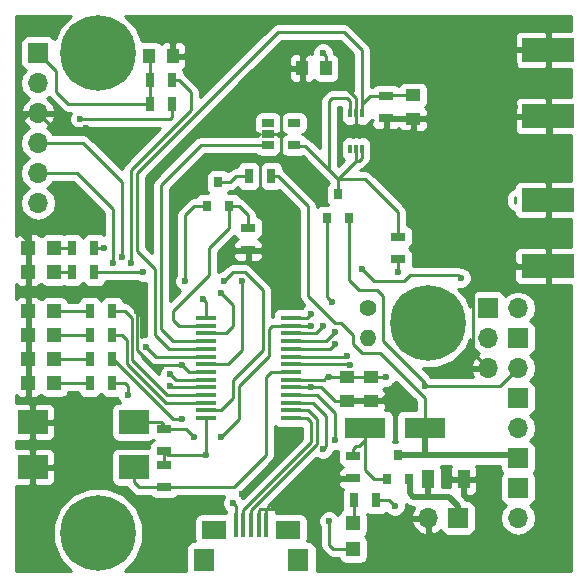
<source format=gbr>
G04 #@! TF.GenerationSoftware,KiCad,Pcbnew,no-vcs-found-7592~57~ubuntu16.04.1*
G04 #@! TF.CreationDate,2017-02-12T17:12:26+02:00*
G04 #@! TF.ProjectId,lora_sensor,6C6F72615F73656E736F722E6B696361,rev?*
G04 #@! TF.FileFunction,Copper,L1,Top,Signal*
G04 #@! TF.FilePolarity,Positive*
%FSLAX46Y46*%
G04 Gerber Fmt 4.6, Leading zero omitted, Abs format (unit mm)*
G04 Created by KiCad (PCBNEW no-vcs-found-7592~57~ubuntu16.04.1) date Sun Feb 12 17:12:26 2017*
%MOMM*%
%LPD*%
G01*
G04 APERTURE LIST*
%ADD10C,0.100000*%
%ADD11O,1.700000X1.700000*%
%ADD12R,1.700000X1.700000*%
%ADD13C,6.400000*%
%ADD14R,1.750000X0.450000*%
%ADD15R,2.500000X2.000000*%
%ADD16R,1.000000X1.250000*%
%ADD17R,1.000000X1.600000*%
%ADD18R,1.250000X1.000000*%
%ADD19R,3.500000X1.800000*%
%ADD20R,1.200000X1.200000*%
%ADD21R,0.400000X2.000000*%
%ADD22R,2.100000X1.600000*%
%ADD23R,1.800000X1.900000*%
%ADD24R,0.800000X0.900000*%
%ADD25R,0.700000X1.300000*%
%ADD26R,1.300000X0.700000*%
%ADD27C,1.400000*%
%ADD28O,1.400000X1.400000*%
%ADD29R,0.300000X0.800000*%
%ADD30R,1.060000X0.650000*%
%ADD31R,4.500000X2.000000*%
%ADD32C,0.600000*%
%ADD33C,0.250000*%
%ADD34C,0.500000*%
%ADD35C,0.254000*%
G04 APERTURE END LIST*
D10*
D11*
X101600000Y-114300000D03*
D12*
X104140000Y-114300000D03*
D13*
X73660000Y-115570000D03*
X73660000Y-74930000D03*
X101600000Y-97790000D03*
D14*
X82760000Y-97375000D03*
X82760000Y-98025000D03*
X82760000Y-98675000D03*
X82760000Y-99325000D03*
X82760000Y-99975000D03*
X82760000Y-100625000D03*
X82760000Y-101275000D03*
X82760000Y-101925000D03*
X82760000Y-102575000D03*
X82760000Y-103225000D03*
X82760000Y-103875000D03*
X82760000Y-104525000D03*
X82760000Y-105175000D03*
X82760000Y-105825000D03*
X89960000Y-105825000D03*
X89960000Y-105175000D03*
X89960000Y-104525000D03*
X89960000Y-103875000D03*
X89960000Y-103225000D03*
X89960000Y-102575000D03*
X89960000Y-101925000D03*
X89960000Y-101275000D03*
X89960000Y-100625000D03*
X89960000Y-99975000D03*
X89960000Y-99325000D03*
X89960000Y-98675000D03*
X89960000Y-98025000D03*
X89960000Y-97375000D03*
D15*
X68115000Y-106172000D03*
X76665000Y-106172000D03*
X68115000Y-109982000D03*
X76665000Y-109982000D03*
D16*
X92948000Y-76200000D03*
X90948000Y-76200000D03*
D17*
X101624000Y-110998000D03*
X104624000Y-110998000D03*
D16*
X77994000Y-75184000D03*
X79994000Y-75184000D03*
D18*
X94742000Y-102378000D03*
X94742000Y-104378000D03*
X96774000Y-102378000D03*
X96774000Y-104378000D03*
X100330000Y-78502000D03*
X100330000Y-80502000D03*
D19*
X101306000Y-106680000D03*
X96306000Y-106680000D03*
D20*
X69934000Y-96774000D03*
X67734000Y-96774000D03*
X69934000Y-98806000D03*
X67734000Y-98806000D03*
X69934000Y-100838000D03*
X67734000Y-100838000D03*
X69934000Y-102870000D03*
X67734000Y-102870000D03*
D21*
X85314000Y-114866000D03*
X85964000Y-114866000D03*
X86614000Y-114866000D03*
X87264000Y-114866000D03*
X87914000Y-114866000D03*
D22*
X89714000Y-115316000D03*
X83514000Y-115316000D03*
D23*
X90614000Y-117866000D03*
X82614000Y-117866000D03*
D20*
X95250000Y-116924000D03*
X95250000Y-114724000D03*
D24*
X98110000Y-110982000D03*
X100010000Y-110982000D03*
X99060000Y-108982000D03*
X82870000Y-87868000D03*
X84770000Y-87868000D03*
X83820000Y-85868000D03*
X93030000Y-88884000D03*
X94930000Y-88884000D03*
X93980000Y-86884000D03*
D25*
X73340000Y-93472000D03*
X71440000Y-93472000D03*
X73340000Y-91440000D03*
X71440000Y-91440000D03*
X95316000Y-112776000D03*
X97216000Y-112776000D03*
D26*
X95250000Y-109032000D03*
X95250000Y-110932000D03*
D25*
X79944000Y-79248000D03*
X78044000Y-79248000D03*
X79944000Y-77216000D03*
X78044000Y-77216000D03*
D26*
X79248000Y-108646000D03*
X79248000Y-106746000D03*
X79248000Y-109794000D03*
X79248000Y-111694000D03*
D25*
X74864000Y-96774000D03*
X72964000Y-96774000D03*
X74864000Y-98806000D03*
X72964000Y-98806000D03*
X74864000Y-100838000D03*
X72964000Y-100838000D03*
X74864000Y-102870000D03*
X72964000Y-102870000D03*
X88326000Y-85344000D03*
X86426000Y-85344000D03*
D26*
X86360000Y-89728000D03*
X86360000Y-91628000D03*
X98044000Y-78552000D03*
X98044000Y-80452000D03*
X99060000Y-90490000D03*
X99060000Y-92390000D03*
D27*
X96520000Y-96520000D03*
D28*
X96520000Y-99060000D03*
D20*
X69934000Y-93472000D03*
X67734000Y-93472000D03*
X69934000Y-91440000D03*
X67734000Y-91440000D03*
D29*
X95504000Y-80034000D03*
X95004000Y-80034000D03*
X95004000Y-83034000D03*
X95504000Y-83034000D03*
X96004000Y-83034000D03*
X96004000Y-80034000D03*
D30*
X88054000Y-80838000D03*
X88054000Y-81788000D03*
X88054000Y-82738000D03*
X90254000Y-82738000D03*
X90254000Y-80838000D03*
D11*
X109220000Y-106680000D03*
D12*
X109220000Y-109220000D03*
D11*
X109220000Y-114300000D03*
D12*
X109220000Y-111760000D03*
X109220000Y-104140000D03*
D11*
X109220000Y-101600000D03*
X68580000Y-87630000D03*
X68580000Y-85090000D03*
X68580000Y-82550000D03*
X68580000Y-80010000D03*
X68580000Y-77470000D03*
D12*
X68580000Y-74930000D03*
X109220000Y-99060000D03*
D11*
X109220000Y-96520000D03*
X106680000Y-101600000D03*
X106680000Y-99060000D03*
D12*
X106680000Y-96520000D03*
D31*
X111760000Y-74670000D03*
X111760000Y-80270000D03*
X111760000Y-92970000D03*
X111760000Y-87370000D03*
D32*
X85852000Y-112268000D03*
X88900000Y-106934000D03*
X90170000Y-113030000D03*
X105156000Y-74676000D03*
X112268000Y-95504000D03*
X111760000Y-92970000D03*
X108204000Y-91948000D03*
X106426000Y-90170000D03*
X106426000Y-87376000D03*
X105918000Y-85344000D03*
X109982000Y-85090000D03*
X108715000Y-83817000D03*
X107442000Y-82550000D03*
X105918000Y-82550000D03*
X72644000Y-81280000D03*
X76962000Y-96774000D03*
X107442000Y-81026000D03*
X108966000Y-79502000D03*
X108966000Y-75946000D03*
X107442000Y-77470000D03*
X105664000Y-79248000D03*
X83058000Y-72136000D03*
X109474000Y-72644000D03*
X112268000Y-72644000D03*
X105918000Y-110998000D03*
X97282000Y-72136000D03*
X102870000Y-72136000D03*
X106426000Y-73660000D03*
X106426000Y-76200000D03*
X108966000Y-81788000D03*
X104394000Y-91440000D03*
X80772000Y-101346000D03*
X98806000Y-103124000D03*
X91440000Y-74930000D03*
X91694000Y-103225000D03*
X96012000Y-93218000D03*
X104394000Y-93980000D03*
X92710000Y-74930000D03*
X93218000Y-114554000D03*
X85090000Y-113030000D03*
X79756000Y-102108000D03*
X79756000Y-103124000D03*
X77724000Y-99822000D03*
X101346000Y-103124000D03*
X109220000Y-101600000D03*
X72136000Y-80518000D03*
X82804000Y-108966000D03*
X93218000Y-102378000D03*
X98044000Y-102362000D03*
X91694000Y-97028000D03*
X75692000Y-92202000D03*
X77470000Y-93472000D03*
X74168000Y-91440000D03*
X98806000Y-113284000D03*
X82550000Y-95758000D03*
X76454000Y-92710000D03*
X91694000Y-98025000D03*
X84074000Y-107442000D03*
X81788000Y-107442000D03*
X74930000Y-92710000D03*
X80772000Y-105918000D03*
X93726000Y-99568000D03*
X93726000Y-98552000D03*
X76200000Y-103886000D03*
X84074000Y-95250000D03*
X99060000Y-93472000D03*
X85852000Y-94234000D03*
X84328000Y-94234000D03*
X81026000Y-94234000D03*
X92710000Y-108458000D03*
X93726000Y-107696000D03*
X94996000Y-101346000D03*
X94742000Y-100584000D03*
X92710000Y-98044000D03*
X93472000Y-96012000D03*
D33*
X108966000Y-87122000D02*
X108966000Y-87630000D01*
D34*
X101624000Y-112498000D02*
X100354000Y-112498000D01*
X100076000Y-112220000D02*
X100076000Y-111048000D01*
X100354000Y-112498000D02*
X100076000Y-112220000D01*
X100076000Y-111048000D02*
X100010000Y-110982000D01*
X104140000Y-114300000D02*
X104140000Y-113284000D01*
X101624000Y-112498000D02*
X101624000Y-110998000D01*
X101600000Y-112522000D02*
X101624000Y-112498000D01*
X103378000Y-112522000D02*
X101600000Y-112522000D01*
X104140000Y-113284000D02*
X103378000Y-112522000D01*
D33*
X87914000Y-113538000D02*
X88392000Y-113538000D01*
X88900000Y-109220000D02*
X85852000Y-112268000D01*
X88900000Y-106934000D02*
X88900000Y-109220000D01*
X87914000Y-114866000D02*
X87914000Y-113538000D01*
X87264000Y-113650000D02*
X87376000Y-113538000D01*
X87264000Y-114866000D02*
X87264000Y-113650000D01*
X89662000Y-113538000D02*
X90170000Y-113030000D01*
X87376000Y-113538000D02*
X87914000Y-113538000D01*
X88392000Y-113538000D02*
X89662000Y-113538000D01*
X105410000Y-96266000D02*
X105410000Y-92456000D01*
X106680000Y-101600000D02*
X105410000Y-100330000D01*
X105410000Y-100330000D02*
X105410000Y-96266000D01*
X105410000Y-92456000D02*
X104394000Y-91440000D01*
X105156000Y-74676000D02*
X106426000Y-74676000D01*
X104394000Y-91440000D02*
X104394000Y-89408000D01*
X104394000Y-89408000D02*
X106426000Y-87376000D01*
X112268000Y-114300000D02*
X110236000Y-116332000D01*
X106680000Y-116332000D02*
X110236000Y-116332000D01*
X112268000Y-95504000D02*
X112268000Y-114300000D01*
X106426000Y-85852000D02*
X105918000Y-85344000D01*
X111760000Y-92970000D02*
X109226000Y-92970000D01*
X109226000Y-92970000D02*
X108204000Y-91948000D01*
X106426000Y-83312000D02*
X106426000Y-82550000D01*
X106426000Y-85852000D02*
X106426000Y-83312000D01*
X106426000Y-90170000D02*
X106426000Y-87376000D01*
X106426000Y-87376000D02*
X106426000Y-85852000D01*
X108204000Y-91948000D02*
X106426000Y-90170000D01*
X108715000Y-83817000D02*
X108712000Y-83820000D01*
X111760000Y-87370000D02*
X111760000Y-85344000D01*
X111760000Y-85344000D02*
X110236000Y-85344000D01*
X110236000Y-85344000D02*
X109982000Y-85090000D01*
X109982000Y-85090000D02*
X108712000Y-83820000D01*
X107442000Y-82550000D02*
X106426000Y-82550000D01*
X108712000Y-83820000D02*
X107442000Y-82550000D01*
X79994000Y-75184000D02*
X79994000Y-73168000D01*
X79994000Y-73168000D02*
X81026000Y-72136000D01*
X68115000Y-109982000D02*
X68115000Y-106172000D01*
X68115000Y-106172000D02*
X68115000Y-104691000D01*
X67734000Y-103802000D02*
X67734000Y-102870000D01*
X67734000Y-104310000D02*
X67734000Y-103802000D01*
X68115000Y-104691000D02*
X67734000Y-104310000D01*
X72644000Y-81280000D02*
X69850000Y-81280000D01*
X69850000Y-81280000D02*
X68580000Y-80010000D01*
X76962000Y-98552000D02*
X76962000Y-96774000D01*
X80772000Y-101346000D02*
X78232000Y-101346000D01*
X76962000Y-100076000D02*
X76962000Y-98552000D01*
X78232000Y-101346000D02*
X76962000Y-100076000D01*
X76962000Y-96774000D02*
X76962000Y-98044000D01*
X81026000Y-72136000D02*
X83058000Y-72136000D01*
X112014000Y-74670000D02*
X108966000Y-74670000D01*
X112014000Y-80270000D02*
X108966000Y-80270000D01*
X112014000Y-83052000D02*
X108966000Y-83052000D01*
X112014000Y-83052000D02*
X112014000Y-80270000D01*
X112014000Y-72644000D02*
X112268000Y-72644000D01*
X112014000Y-72644000D02*
X109474000Y-72644000D01*
X108966000Y-78994000D02*
X108966000Y-79502000D01*
X108966000Y-75946000D02*
X108966000Y-78994000D01*
X108966000Y-79502000D02*
X108966000Y-80270000D01*
X108966000Y-74930000D02*
X108966000Y-75946000D01*
X108966000Y-73152000D02*
X109474000Y-72644000D01*
X108966000Y-74930000D02*
X108966000Y-74670000D01*
X108966000Y-74670000D02*
X108966000Y-73152000D01*
X67734000Y-90848000D02*
X66972000Y-90086000D01*
X66972000Y-90086000D02*
X66802000Y-89916000D01*
X66802000Y-89916000D02*
X66802000Y-81026000D01*
X66802000Y-81026000D02*
X67818000Y-80010000D01*
X67734000Y-90848000D02*
X67734000Y-93472000D01*
X67734000Y-93472000D02*
X67734000Y-96774000D01*
X67734000Y-96774000D02*
X67734000Y-98806000D01*
X67734000Y-98806000D02*
X67734000Y-100838000D01*
X67734000Y-100838000D02*
X67734000Y-102870000D01*
X104624000Y-110998000D02*
X105918000Y-110998000D01*
X106680000Y-111760000D02*
X106680000Y-116332000D01*
X105918000Y-110998000D02*
X106680000Y-111760000D01*
X101600000Y-115316000D02*
X101600000Y-114300000D01*
X102616000Y-116332000D02*
X101600000Y-115316000D01*
X106680000Y-116332000D02*
X102616000Y-116332000D01*
X95250000Y-110932000D02*
X95184000Y-110998000D01*
X109474000Y-72644000D02*
X106680000Y-72644000D01*
X106426000Y-72898000D02*
X106426000Y-73660000D01*
X106680000Y-72644000D02*
X106426000Y-72898000D01*
X106426000Y-81788000D02*
X106680000Y-81788000D01*
X106680000Y-81788000D02*
X107188000Y-81788000D01*
X107188000Y-81788000D02*
X107442000Y-81534000D01*
X106426000Y-80502000D02*
X106426000Y-81788000D01*
X106426000Y-81788000D02*
X106426000Y-82550000D01*
X106426000Y-74676000D02*
X106426000Y-76200000D01*
X106426000Y-76200000D02*
X106426000Y-78740000D01*
X106426000Y-78740000D02*
X106426000Y-80502000D01*
X106426000Y-73660000D02*
X106426000Y-74676000D01*
X108966000Y-81788000D02*
X108966000Y-83052000D01*
X108966000Y-80502000D02*
X108966000Y-81788000D01*
X108966000Y-83052000D02*
X108966000Y-83306000D01*
X89154000Y-82042000D02*
X89154000Y-78740000D01*
X90170000Y-77724000D02*
X91440000Y-77724000D01*
X89154000Y-78740000D02*
X90170000Y-77724000D01*
X95504000Y-80034000D02*
X95504000Y-78740000D01*
X95504000Y-78740000D02*
X94488000Y-77724000D01*
X94488000Y-77724000D02*
X91440000Y-77724000D01*
X90948000Y-77486000D02*
X90948000Y-76200000D01*
X91440000Y-77724000D02*
X91186000Y-77724000D01*
X91186000Y-77724000D02*
X90948000Y-77486000D01*
X88054000Y-81788000D02*
X88900000Y-81788000D01*
X87696000Y-91628000D02*
X86360000Y-91628000D01*
X87884000Y-91440000D02*
X87696000Y-91628000D01*
X87884000Y-89154000D02*
X87884000Y-91440000D01*
X87376000Y-88646000D02*
X87884000Y-89154000D01*
X87376000Y-84328000D02*
X87376000Y-88646000D01*
X87884000Y-83820000D02*
X87376000Y-84328000D01*
X88646000Y-83820000D02*
X87884000Y-83820000D01*
X89154000Y-83312000D02*
X88646000Y-83820000D01*
X89154000Y-82042000D02*
X89154000Y-83312000D01*
X88900000Y-81788000D02*
X89154000Y-82042000D01*
X100330000Y-80502000D02*
X106426000Y-80502000D01*
X106426000Y-80502000D02*
X108966000Y-80502000D01*
X98044000Y-80452000D02*
X100280000Y-80452000D01*
X100280000Y-80452000D02*
X100330000Y-80502000D01*
X108966000Y-80270000D02*
X108966000Y-80502000D01*
X82760000Y-101925000D02*
X81351000Y-101925000D01*
X81351000Y-101925000D02*
X80772000Y-101346000D01*
X96774000Y-104378000D02*
X97552000Y-104378000D01*
X98044000Y-103886000D02*
X97552000Y-104378000D01*
X98044000Y-103886000D02*
X98806000Y-103124000D01*
X94742000Y-104378000D02*
X96774000Y-104378000D01*
X93726000Y-104378000D02*
X93710000Y-104378000D01*
X94742000Y-104378000D02*
X93726000Y-104378000D01*
X91694000Y-103225000D02*
X89960000Y-103225000D01*
X97536000Y-81534000D02*
X98044000Y-81534000D01*
X95504000Y-81280000D02*
X95758000Y-81534000D01*
X95758000Y-81534000D02*
X97536000Y-81534000D01*
X95504000Y-80034000D02*
X95504000Y-81280000D01*
X100330000Y-81280000D02*
X100330000Y-80502000D01*
X100076000Y-81534000D02*
X100330000Y-81280000D01*
X98044000Y-81534000D02*
X100076000Y-81534000D01*
X67818000Y-80010000D02*
X68580000Y-80010000D01*
X91440000Y-74930000D02*
X90948000Y-75422000D01*
X90948000Y-75422000D02*
X90948000Y-76200000D01*
X93218000Y-103886000D02*
X92557000Y-103225000D01*
X92557000Y-103225000D02*
X91694000Y-103225000D01*
X93710000Y-104378000D02*
X93218000Y-103886000D01*
X99568000Y-94234000D02*
X100076000Y-93726000D01*
X97028000Y-94234000D02*
X99568000Y-94234000D01*
X96012000Y-93218000D02*
X97028000Y-94234000D01*
X104140000Y-93726000D02*
X100076000Y-93726000D01*
X104394000Y-93980000D02*
X104140000Y-93726000D01*
X92948000Y-75168000D02*
X92948000Y-76200000D01*
X92710000Y-74930000D02*
X92948000Y-75168000D01*
X95250000Y-116924000D02*
X93556000Y-116924000D01*
X93218000Y-116586000D02*
X93218000Y-114554000D01*
X93556000Y-116924000D02*
X93218000Y-116586000D01*
X85314000Y-114866000D02*
X85314000Y-113254000D01*
X85314000Y-113254000D02*
X85090000Y-113030000D01*
X82760000Y-102575000D02*
X80223000Y-102575000D01*
X80223000Y-102575000D02*
X79756000Y-102108000D01*
X82760000Y-103225000D02*
X79857000Y-103225000D01*
X79857000Y-103225000D02*
X79756000Y-103124000D01*
X78044000Y-77216000D02*
X78044000Y-75234000D01*
X78044000Y-75234000D02*
X77994000Y-75184000D01*
X78044000Y-79248000D02*
X78044000Y-77216000D01*
X78044000Y-79248000D02*
X71120000Y-79248000D01*
X70104000Y-76454000D02*
X70104000Y-78232000D01*
X70104000Y-78232000D02*
X71120000Y-79248000D01*
X70104000Y-76454000D02*
X68580000Y-74930000D01*
X82760000Y-100625000D02*
X78527000Y-100625000D01*
X78527000Y-100625000D02*
X77724000Y-99822000D01*
X82760000Y-100625000D02*
X82719000Y-100584000D01*
X94930000Y-90866000D02*
X94930000Y-94168000D01*
X94930000Y-88884000D02*
X94930000Y-90866000D01*
X97282000Y-94996000D02*
X97790000Y-95504000D01*
X95758000Y-94996000D02*
X97282000Y-94996000D01*
X94930000Y-94168000D02*
X95758000Y-94996000D01*
X79248000Y-80518000D02*
X79756000Y-80518000D01*
X75184000Y-80518000D02*
X78740000Y-80518000D01*
X72136000Y-80518000D02*
X75184000Y-80518000D01*
X78740000Y-80518000D02*
X79248000Y-80518000D01*
X79944000Y-80330000D02*
X79944000Y-79248000D01*
X79756000Y-80518000D02*
X79944000Y-80330000D01*
X101346000Y-103124000D02*
X101346000Y-102870000D01*
X97790000Y-99314000D02*
X97790000Y-95504000D01*
X101346000Y-102870000D02*
X97790000Y-99314000D01*
X102362000Y-103124000D02*
X101346000Y-103124000D01*
X104902000Y-103124000D02*
X107696000Y-103124000D01*
X104902000Y-103124000D02*
X102362000Y-103124000D01*
X107696000Y-103124000D02*
X109220000Y-101600000D01*
X79248000Y-108646000D02*
X79248000Y-109794000D01*
X82804000Y-108966000D02*
X79568000Y-108966000D01*
X79568000Y-108966000D02*
X79248000Y-108646000D01*
X82804000Y-108966000D02*
X82760000Y-108966000D01*
X82760000Y-108966000D02*
X82760000Y-107144000D01*
X96774000Y-102378000D02*
X98028000Y-102378000D01*
X98028000Y-102378000D02*
X98044000Y-102362000D01*
X96774000Y-102378000D02*
X97552000Y-102378000D01*
X94742000Y-102378000D02*
X96774000Y-102378000D01*
X92456000Y-102575000D02*
X92751000Y-102575000D01*
X92751000Y-102575000D02*
X92948000Y-102378000D01*
X92948000Y-102378000D02*
X93218000Y-102378000D01*
X93218000Y-102378000D02*
X94742000Y-102378000D01*
X82760000Y-105825000D02*
X82760000Y-106934000D01*
X82760000Y-106934000D02*
X82760000Y-107144000D01*
X89960000Y-102575000D02*
X92456000Y-102575000D01*
X92456000Y-102575000D02*
X92497000Y-102575000D01*
X82760000Y-99975000D02*
X79655000Y-99975000D01*
X96004000Y-74668000D02*
X94488000Y-73152000D01*
X94488000Y-73152000D02*
X88900000Y-73152000D01*
X88900000Y-73152000D02*
X76962000Y-85090000D01*
X76962000Y-85090000D02*
X76962000Y-91694000D01*
X76962000Y-91694000D02*
X78486000Y-93218000D01*
X78486000Y-93218000D02*
X78486000Y-98806000D01*
X96004000Y-74668000D02*
X96004000Y-78994000D01*
X79655000Y-99975000D02*
X78486000Y-98806000D01*
X96004000Y-79256000D02*
X96004000Y-78994000D01*
X96004000Y-78994000D02*
X96004000Y-78986000D01*
X98044000Y-78552000D02*
X96708000Y-78552000D01*
X96708000Y-78552000D02*
X96004000Y-79256000D01*
X100330000Y-78502000D02*
X98094000Y-78502000D01*
X98094000Y-78502000D02*
X98044000Y-78552000D01*
X96004000Y-79256000D02*
X96004000Y-80034000D01*
X71374000Y-98806000D02*
X72964000Y-98806000D01*
X69934000Y-98806000D02*
X71374000Y-98806000D01*
X71374000Y-98806000D02*
X71440000Y-98806000D01*
X72964000Y-100838000D02*
X71440000Y-100838000D01*
X71440000Y-100838000D02*
X69934000Y-100838000D01*
X71374000Y-102870000D02*
X72964000Y-102870000D01*
X69934000Y-102870000D02*
X71374000Y-102870000D01*
X71374000Y-102870000D02*
X71440000Y-102870000D01*
X91347000Y-97375000D02*
X91694000Y-97028000D01*
X89960000Y-97375000D02*
X91347000Y-97375000D01*
X68580000Y-82550000D02*
X72390000Y-82550000D01*
X72390000Y-82550000D02*
X75692000Y-85852000D01*
X75692000Y-92202000D02*
X75692000Y-85852000D01*
X76454000Y-93472000D02*
X77470000Y-93472000D01*
X75438000Y-93472000D02*
X76454000Y-93472000D01*
X75692000Y-93472000D02*
X75438000Y-93472000D01*
X75438000Y-93472000D02*
X73340000Y-93472000D01*
X69934000Y-93472000D02*
X71440000Y-93472000D01*
X74168000Y-91440000D02*
X73340000Y-91440000D01*
X69934000Y-91440000D02*
X71440000Y-91440000D01*
X98298000Y-112776000D02*
X97216000Y-112776000D01*
X98806000Y-113284000D02*
X98298000Y-112776000D01*
X91440000Y-93726000D02*
X91440000Y-95504000D01*
X88326000Y-85344000D02*
X88900000Y-85344000D01*
X91440000Y-87884000D02*
X91440000Y-93726000D01*
X88900000Y-85344000D02*
X91440000Y-87884000D01*
X94234000Y-97790000D02*
X95250000Y-98806000D01*
X93726000Y-97790000D02*
X94234000Y-97790000D01*
X91440000Y-95504000D02*
X93726000Y-97790000D01*
X101306000Y-106680000D02*
X101306000Y-104100000D01*
X97536000Y-100330000D02*
X101306000Y-104100000D01*
X96012000Y-100330000D02*
X97536000Y-100330000D01*
X95250000Y-99568000D02*
X96012000Y-100330000D01*
X95250000Y-98806000D02*
X95250000Y-99568000D01*
D34*
X101306000Y-106680000D02*
X101346000Y-106720000D01*
X101346000Y-106720000D02*
X101346000Y-108982000D01*
X99060000Y-108982000D02*
X101346000Y-108982000D01*
X101346000Y-108982000D02*
X108982000Y-108982000D01*
X108982000Y-108982000D02*
X109220000Y-109220000D01*
D33*
X79944000Y-77216000D02*
X80518000Y-77216000D01*
X82550000Y-95758000D02*
X82760000Y-95968000D01*
X82760000Y-95968000D02*
X82760000Y-97375000D01*
X76454000Y-92710000D02*
X76454000Y-84836000D01*
X76454000Y-84836000D02*
X81026000Y-80264000D01*
X81534000Y-79756000D02*
X81026000Y-80264000D01*
X81534000Y-78232000D02*
X81534000Y-79756000D01*
X80518000Y-77216000D02*
X81534000Y-78232000D01*
X85598000Y-105918000D02*
X84074000Y-107442000D01*
X88138000Y-100584000D02*
X85598000Y-103124000D01*
X88138000Y-98298000D02*
X88138000Y-100584000D01*
X88411000Y-98025000D02*
X88138000Y-98298000D01*
X89960000Y-98025000D02*
X88411000Y-98025000D01*
X85598000Y-103124000D02*
X85598000Y-105918000D01*
X81092000Y-106746000D02*
X79248000Y-106746000D01*
X81788000Y-107442000D02*
X81092000Y-106746000D01*
X79248000Y-106746000D02*
X79248000Y-106426000D01*
X79248000Y-106426000D02*
X78994000Y-106172000D01*
X78994000Y-106172000D02*
X76665000Y-106172000D01*
X71882000Y-85090000D02*
X68580000Y-85090000D01*
X89960000Y-98025000D02*
X91694000Y-98025000D01*
X91694000Y-98025000D02*
X91713000Y-98025000D01*
X74930000Y-88138000D02*
X74930000Y-92710000D01*
X71882000Y-85090000D02*
X74930000Y-88138000D01*
X79248000Y-111694000D02*
X85156000Y-111694000D01*
X88321000Y-101925000D02*
X89960000Y-101925000D01*
X87884000Y-102362000D02*
X88321000Y-101925000D01*
X87884000Y-108966000D02*
X87884000Y-102362000D01*
X85156000Y-111694000D02*
X87884000Y-108966000D01*
X76665000Y-109982000D02*
X76665000Y-111209000D01*
X77150000Y-111694000D02*
X79248000Y-111694000D01*
X76665000Y-111209000D02*
X77150000Y-111694000D01*
X79502000Y-103875000D02*
X79491000Y-103875000D01*
X79491000Y-103875000D02*
X76531998Y-100915998D01*
X75946000Y-96774000D02*
X74864000Y-96774000D01*
X76531998Y-97359998D02*
X75946000Y-96774000D01*
X76531998Y-100915998D02*
X76531998Y-97359998D01*
X82760000Y-103875000D02*
X79502000Y-103875000D01*
X82760000Y-104525000D02*
X79379000Y-104525000D01*
X75692000Y-98806000D02*
X74864000Y-98806000D01*
X76101996Y-99215996D02*
X75692000Y-98806000D01*
X76101996Y-101247996D02*
X76101996Y-99215996D01*
X79379000Y-104525000D02*
X76101996Y-101247996D01*
X92355000Y-99975000D02*
X93319000Y-99975000D01*
X89960000Y-99975000D02*
X92355000Y-99975000D01*
X93319000Y-99975000D02*
X93726000Y-99568000D01*
X80010000Y-105918000D02*
X80772000Y-105918000D01*
X80010000Y-105918000D02*
X74930000Y-100838000D01*
X74864000Y-100838000D02*
X74930000Y-100838000D01*
X92953000Y-99325000D02*
X93726000Y-98552000D01*
X89960000Y-99325000D02*
X92953000Y-99325000D01*
X74864000Y-102870000D02*
X75946000Y-102870000D01*
X76200000Y-103124000D02*
X75946000Y-102870000D01*
X76200000Y-103886000D02*
X76200000Y-103124000D01*
X82760000Y-98025000D02*
X80499000Y-98025000D01*
X83058000Y-93218000D02*
X83058000Y-92710000D01*
X83058000Y-92710000D02*
X83058000Y-91440000D01*
X84770000Y-89728000D02*
X84770000Y-87868000D01*
X83058000Y-91440000D02*
X84770000Y-89728000D01*
X83058000Y-93726000D02*
X83058000Y-93218000D01*
X80010000Y-96774000D02*
X83058000Y-93726000D01*
X80010000Y-97536000D02*
X80010000Y-96774000D01*
X80499000Y-98025000D02*
X80010000Y-97536000D01*
X84770000Y-87868000D02*
X85582000Y-87868000D01*
X86360000Y-88646000D02*
X86360000Y-89728000D01*
X85582000Y-87868000D02*
X86360000Y-88646000D01*
X84770000Y-87868000D02*
X85360000Y-87868000D01*
X84770000Y-87868000D02*
X84852000Y-87868000D01*
X99060000Y-90490000D02*
X99060000Y-88392000D01*
X96266000Y-85598000D02*
X93980000Y-85598000D01*
X99060000Y-88392000D02*
X96266000Y-85598000D01*
X93980000Y-86884000D02*
X93980000Y-85598000D01*
X93218000Y-84836000D02*
X91186000Y-82804000D01*
X91186000Y-82804000D02*
X90320000Y-82804000D01*
X90320000Y-82804000D02*
X90254000Y-82738000D01*
X93980000Y-85598000D02*
X93218000Y-84836000D01*
X95004000Y-79002000D02*
X94742000Y-78740000D01*
X95004000Y-79002000D02*
X95004000Y-80034000D01*
X93472000Y-78740000D02*
X94742000Y-78740000D01*
X93218000Y-78994000D02*
X93472000Y-78740000D01*
X93218000Y-84836000D02*
X93218000Y-78994000D01*
X96004000Y-83034000D02*
X96004000Y-83812000D01*
X95742000Y-84074000D02*
X95504000Y-84074000D01*
X96004000Y-83812000D02*
X95742000Y-84074000D01*
X95504000Y-84074000D02*
X95504000Y-83034000D01*
X93980000Y-85598000D02*
X95504000Y-84074000D01*
X84459000Y-98675000D02*
X85090000Y-98044000D01*
X85090000Y-98044000D02*
X85090000Y-96266000D01*
X85090000Y-96266000D02*
X84074000Y-95250000D01*
X84459000Y-98675000D02*
X82760000Y-98675000D01*
X99060000Y-93472000D02*
X99060000Y-92390000D01*
X81026000Y-84074000D02*
X78994000Y-86106000D01*
X88054000Y-82738000D02*
X82362000Y-82738000D01*
X82362000Y-82738000D02*
X81026000Y-84074000D01*
X80021000Y-99325000D02*
X82760000Y-99325000D01*
X78994000Y-98298000D02*
X80021000Y-99325000D01*
X78994000Y-86106000D02*
X78994000Y-98298000D01*
X85852000Y-97282000D02*
X85852000Y-95758000D01*
X85852000Y-100076000D02*
X84653000Y-101275000D01*
X85852000Y-97282000D02*
X85852000Y-100076000D01*
X82760000Y-101275000D02*
X84653000Y-101275000D01*
X85852000Y-95758000D02*
X85852000Y-94234000D01*
X81026000Y-88646000D02*
X81788000Y-87884000D01*
X82550000Y-87884000D02*
X81788000Y-87884000D01*
X87630000Y-96012000D02*
X87630000Y-94996000D01*
X87630000Y-97028000D02*
X87630000Y-96012000D01*
X84055000Y-105175000D02*
X85090000Y-104140000D01*
X85090000Y-104140000D02*
X85090000Y-102616000D01*
X85090000Y-102616000D02*
X87630000Y-100076000D01*
X87630000Y-100076000D02*
X87630000Y-97028000D01*
X84055000Y-105175000D02*
X82760000Y-105175000D01*
X81026000Y-93472000D02*
X81026000Y-92456000D01*
X85090000Y-93472000D02*
X84328000Y-94234000D01*
X86106000Y-93472000D02*
X85090000Y-93472000D01*
X87630000Y-94996000D02*
X86106000Y-93472000D01*
X81026000Y-92456000D02*
X81026000Y-88646000D01*
X81026000Y-94234000D02*
X81026000Y-93472000D01*
X82550000Y-87884000D02*
X82870000Y-87868000D01*
X82870000Y-87868000D02*
X82870000Y-87950000D01*
X91694000Y-106172000D02*
X91694000Y-107886000D01*
X91694000Y-107886000D02*
X85964000Y-113616000D01*
X85964000Y-113616000D02*
X85964000Y-114866000D01*
X91347000Y-105825000D02*
X89960000Y-105825000D01*
X91694000Y-106172000D02*
X91347000Y-105825000D01*
X86614000Y-114866000D02*
X86614000Y-113616000D01*
X91459000Y-105175000D02*
X89960000Y-105175000D01*
X86614000Y-113616000D02*
X92202000Y-108028000D01*
X92202000Y-108028000D02*
X92202000Y-105918000D01*
X92202000Y-105918000D02*
X91459000Y-105175000D01*
X92710000Y-108458000D02*
X92964000Y-108204000D01*
X92964000Y-108204000D02*
X92964000Y-105664000D01*
X92964000Y-105664000D02*
X91825000Y-104525000D01*
X89960000Y-104525000D02*
X91825000Y-104525000D01*
X93726000Y-105410000D02*
X93726000Y-107696000D01*
X89960000Y-103875000D02*
X92191000Y-103875000D01*
X92191000Y-103875000D02*
X93218000Y-104902000D01*
X93218000Y-104902000D02*
X93726000Y-105410000D01*
X94996000Y-101275000D02*
X94925000Y-101275000D01*
X94925000Y-101275000D02*
X94996000Y-101346000D01*
X93726000Y-101275000D02*
X94996000Y-101275000D01*
X94996000Y-101275000D02*
X95067000Y-101275000D01*
X89960000Y-101275000D02*
X93726000Y-101275000D01*
X93726000Y-101275000D02*
X93797000Y-101275000D01*
X94193000Y-100625000D02*
X94701000Y-100625000D01*
X89960000Y-100625000D02*
X93685000Y-100625000D01*
X93685000Y-100625000D02*
X94193000Y-100625000D01*
X94701000Y-100625000D02*
X94742000Y-100584000D01*
X93030000Y-93472000D02*
X93030000Y-95570000D01*
X92079000Y-98675000D02*
X92710000Y-98044000D01*
X92079000Y-98675000D02*
X89960000Y-98675000D01*
X93030000Y-95570000D02*
X93472000Y-96012000D01*
X93030000Y-93538000D02*
X93030000Y-93472000D01*
X93030000Y-93472000D02*
X93030000Y-92390000D01*
X93030000Y-89850000D02*
X93030000Y-92390000D01*
X93030000Y-89662000D02*
X93030000Y-89850000D01*
X93030000Y-89662000D02*
X93030000Y-88884000D01*
X98110000Y-110982000D02*
X97044000Y-110982000D01*
X96306000Y-110244000D02*
X96306000Y-106680000D01*
X97044000Y-110982000D02*
X96306000Y-110244000D01*
X95250000Y-109032000D02*
X95250000Y-108458000D01*
X96306000Y-107656000D02*
X96306000Y-106680000D01*
X95758000Y-108204000D02*
X96306000Y-107656000D01*
X95504000Y-108204000D02*
X95758000Y-108204000D01*
X95250000Y-108458000D02*
X95504000Y-108204000D01*
X72964000Y-96774000D02*
X71440000Y-96774000D01*
X71440000Y-96774000D02*
X69934000Y-96774000D01*
X95316000Y-112776000D02*
X95316000Y-114658000D01*
X95316000Y-114658000D02*
X95250000Y-114724000D01*
X83820000Y-85868000D02*
X84820000Y-85868000D01*
X85344000Y-85344000D02*
X86426000Y-85344000D01*
X84820000Y-85868000D02*
X85344000Y-85344000D01*
X83820000Y-85868000D02*
X83820000Y-85852000D01*
X83820000Y-85868000D02*
X83820000Y-85598000D01*
D35*
G36*
X113665000Y-73035000D02*
X112045750Y-73035000D01*
X111887000Y-73193750D01*
X111887000Y-74543000D01*
X111907000Y-74543000D01*
X111907000Y-74797000D01*
X111887000Y-74797000D01*
X111887000Y-76146250D01*
X112045750Y-76305000D01*
X113665000Y-76305000D01*
X113665000Y-78635000D01*
X112045750Y-78635000D01*
X111887000Y-78793750D01*
X111887000Y-80143000D01*
X111907000Y-80143000D01*
X111907000Y-80397000D01*
X111887000Y-80397000D01*
X111887000Y-81746250D01*
X112045750Y-81905000D01*
X113665000Y-81905000D01*
X113665000Y-85735000D01*
X112045750Y-85735000D01*
X111887000Y-85893750D01*
X111887000Y-87243000D01*
X111907000Y-87243000D01*
X111907000Y-87497000D01*
X111887000Y-87497000D01*
X111887000Y-88846250D01*
X112045750Y-89005000D01*
X113665000Y-89005000D01*
X113665000Y-91335000D01*
X112045750Y-91335000D01*
X111887000Y-91493750D01*
X111887000Y-92843000D01*
X111907000Y-92843000D01*
X111907000Y-93097000D01*
X111887000Y-93097000D01*
X111887000Y-94446250D01*
X112045750Y-94605000D01*
X113665000Y-94605000D01*
X113665000Y-118745000D01*
X92161440Y-118745000D01*
X92161440Y-116916000D01*
X92112157Y-116668235D01*
X91971809Y-116458191D01*
X91761765Y-116317843D01*
X91514000Y-116268560D01*
X91381094Y-116268560D01*
X91411440Y-116116000D01*
X91411440Y-114516000D01*
X91362157Y-114268235D01*
X91221809Y-114058191D01*
X91011765Y-113917843D01*
X90764000Y-113868560D01*
X88749000Y-113868560D01*
X88749000Y-113739690D01*
X88652327Y-113506301D01*
X88473698Y-113327673D01*
X88240309Y-113231000D01*
X88172750Y-113231000D01*
X88041002Y-113362748D01*
X88041002Y-113263800D01*
X92117196Y-109187606D01*
X92179673Y-109250192D01*
X92523201Y-109392838D01*
X92895167Y-109393162D01*
X93238943Y-109251117D01*
X93502192Y-108988327D01*
X93644838Y-108644799D01*
X93644850Y-108630930D01*
X93911167Y-108631162D01*
X93967284Y-108607975D01*
X93952560Y-108682000D01*
X93952560Y-109382000D01*
X94001843Y-109629765D01*
X94142191Y-109839809D01*
X94352235Y-109980157D01*
X94380209Y-109985721D01*
X94240301Y-110043673D01*
X94061673Y-110222302D01*
X93965000Y-110455691D01*
X93965000Y-110646250D01*
X94123750Y-110805000D01*
X95123000Y-110805000D01*
X95123000Y-110785000D01*
X95377000Y-110785000D01*
X95377000Y-110805000D01*
X95397000Y-110805000D01*
X95397000Y-111059000D01*
X95377000Y-111059000D01*
X95377000Y-111079000D01*
X95123000Y-111079000D01*
X95123000Y-111059000D01*
X94123750Y-111059000D01*
X93965000Y-111217750D01*
X93965000Y-111408309D01*
X94061673Y-111641698D01*
X94240301Y-111820327D01*
X94370501Y-111874258D01*
X94367843Y-111878235D01*
X94318560Y-112126000D01*
X94318560Y-113426000D01*
X94345906Y-113563481D01*
X94192191Y-113666191D01*
X94051843Y-113876235D01*
X94018626Y-114043230D01*
X94011117Y-114025057D01*
X93748327Y-113761808D01*
X93404799Y-113619162D01*
X93032833Y-113618838D01*
X92689057Y-113760883D01*
X92425808Y-114023673D01*
X92283162Y-114367201D01*
X92282838Y-114739167D01*
X92424883Y-115082943D01*
X92458000Y-115116118D01*
X92458000Y-116586000D01*
X92515852Y-116876839D01*
X92680599Y-117123401D01*
X93018599Y-117461401D01*
X93265160Y-117626148D01*
X93556000Y-117684000D01*
X94034386Y-117684000D01*
X94051843Y-117771765D01*
X94192191Y-117981809D01*
X94402235Y-118122157D01*
X94650000Y-118171440D01*
X95850000Y-118171440D01*
X96097765Y-118122157D01*
X96307809Y-117981809D01*
X96448157Y-117771765D01*
X96497440Y-117524000D01*
X96497440Y-116324000D01*
X96448157Y-116076235D01*
X96307809Y-115866191D01*
X96244666Y-115824000D01*
X96307809Y-115781809D01*
X96448157Y-115571765D01*
X96497440Y-115324000D01*
X96497440Y-114656892D01*
X100158514Y-114656892D01*
X100404817Y-115181358D01*
X100833076Y-115571645D01*
X101243110Y-115741476D01*
X101473000Y-115620155D01*
X101473000Y-114427000D01*
X100279181Y-114427000D01*
X100158514Y-114656892D01*
X96497440Y-114656892D01*
X96497440Y-114124000D01*
X96456020Y-113915768D01*
X96618235Y-114024157D01*
X96866000Y-114073440D01*
X97566000Y-114073440D01*
X97813765Y-114024157D01*
X98023809Y-113883809D01*
X98047793Y-113847914D01*
X98275673Y-114076192D01*
X98619201Y-114218838D01*
X98991167Y-114219162D01*
X99334943Y-114077117D01*
X99598192Y-113814327D01*
X99740838Y-113470799D01*
X99741133Y-113132425D01*
X99928233Y-113257440D01*
X100015325Y-113315633D01*
X100354000Y-113383000D01*
X100443927Y-113383000D01*
X100404817Y-113418642D01*
X100158514Y-113943108D01*
X100279181Y-114173000D01*
X101473000Y-114173000D01*
X101473000Y-114153000D01*
X101727000Y-114153000D01*
X101727000Y-114173000D01*
X101747000Y-114173000D01*
X101747000Y-114427000D01*
X101727000Y-114427000D01*
X101727000Y-115620155D01*
X101956890Y-115741476D01*
X102366924Y-115571645D01*
X102671261Y-115294292D01*
X102691843Y-115397765D01*
X102832191Y-115607809D01*
X103042235Y-115748157D01*
X103290000Y-115797440D01*
X104990000Y-115797440D01*
X105237765Y-115748157D01*
X105447809Y-115607809D01*
X105588157Y-115397765D01*
X105637440Y-115150000D01*
X105637440Y-113450000D01*
X105588157Y-113202235D01*
X105447809Y-112992191D01*
X105237765Y-112851843D01*
X104990000Y-112802560D01*
X104862241Y-112802560D01*
X104765790Y-112658210D01*
X104765787Y-112658208D01*
X104439415Y-112331835D01*
X104497000Y-112274250D01*
X104497000Y-111125000D01*
X104751000Y-111125000D01*
X104751000Y-112274250D01*
X104909750Y-112433000D01*
X105250309Y-112433000D01*
X105483698Y-112336327D01*
X105662327Y-112157699D01*
X105759000Y-111924310D01*
X105759000Y-111283750D01*
X105600250Y-111125000D01*
X104751000Y-111125000D01*
X104497000Y-111125000D01*
X103647750Y-111125000D01*
X103489000Y-111283750D01*
X103489000Y-111659079D01*
X103378000Y-111636999D01*
X103377995Y-111637000D01*
X102771440Y-111637000D01*
X102771440Y-110198000D01*
X102722157Y-109950235D01*
X102666541Y-109867000D01*
X103573785Y-109867000D01*
X103489000Y-110071690D01*
X103489000Y-110712250D01*
X103647750Y-110871000D01*
X104497000Y-110871000D01*
X104497000Y-110851000D01*
X104751000Y-110851000D01*
X104751000Y-110871000D01*
X105600250Y-110871000D01*
X105759000Y-110712250D01*
X105759000Y-110071690D01*
X105674215Y-109867000D01*
X107722560Y-109867000D01*
X107722560Y-110070000D01*
X107771843Y-110317765D01*
X107886928Y-110490000D01*
X107771843Y-110662235D01*
X107722560Y-110910000D01*
X107722560Y-112610000D01*
X107771843Y-112857765D01*
X107912191Y-113067809D01*
X108122235Y-113208157D01*
X108184777Y-113220597D01*
X108140853Y-113249946D01*
X107818946Y-113731715D01*
X107705907Y-114300000D01*
X107818946Y-114868285D01*
X108140853Y-115350054D01*
X108622622Y-115671961D01*
X109190907Y-115785000D01*
X109249093Y-115785000D01*
X109817378Y-115671961D01*
X110299147Y-115350054D01*
X110621054Y-114868285D01*
X110734093Y-114300000D01*
X110621054Y-113731715D01*
X110299147Y-113249946D01*
X110255223Y-113220597D01*
X110317765Y-113208157D01*
X110527809Y-113067809D01*
X110668157Y-112857765D01*
X110717440Y-112610000D01*
X110717440Y-110910000D01*
X110668157Y-110662235D01*
X110553072Y-110490000D01*
X110668157Y-110317765D01*
X110717440Y-110070000D01*
X110717440Y-108370000D01*
X110668157Y-108122235D01*
X110527809Y-107912191D01*
X110317765Y-107771843D01*
X110255223Y-107759403D01*
X110299147Y-107730054D01*
X110621054Y-107248285D01*
X110734093Y-106680000D01*
X110621054Y-106111715D01*
X110299147Y-105629946D01*
X110255223Y-105600597D01*
X110317765Y-105588157D01*
X110527809Y-105447809D01*
X110668157Y-105237765D01*
X110717440Y-104990000D01*
X110717440Y-103290000D01*
X110668157Y-103042235D01*
X110527809Y-102832191D01*
X110317765Y-102691843D01*
X110255223Y-102679403D01*
X110299147Y-102650054D01*
X110621054Y-102168285D01*
X110734093Y-101600000D01*
X110621054Y-101031715D01*
X110299147Y-100549946D01*
X110255223Y-100520597D01*
X110317765Y-100508157D01*
X110527809Y-100367809D01*
X110668157Y-100157765D01*
X110717440Y-99910000D01*
X110717440Y-98210000D01*
X110668157Y-97962235D01*
X110527809Y-97752191D01*
X110317765Y-97611843D01*
X110255223Y-97599403D01*
X110299147Y-97570054D01*
X110621054Y-97088285D01*
X110734093Y-96520000D01*
X110621054Y-95951715D01*
X110299147Y-95469946D01*
X109817378Y-95148039D01*
X109249093Y-95035000D01*
X109190907Y-95035000D01*
X108622622Y-95148039D01*
X108140853Y-95469946D01*
X108138383Y-95473643D01*
X108128157Y-95422235D01*
X107987809Y-95212191D01*
X107777765Y-95071843D01*
X107530000Y-95022560D01*
X105830000Y-95022560D01*
X105582235Y-95071843D01*
X105372191Y-95212191D01*
X105231843Y-95422235D01*
X105182560Y-95670000D01*
X105182560Y-96417960D01*
X104853050Y-95620485D01*
X104107169Y-94873301D01*
X104207201Y-94914838D01*
X104579167Y-94915162D01*
X104922943Y-94773117D01*
X105186192Y-94510327D01*
X105328838Y-94166799D01*
X105329162Y-93794833D01*
X105187117Y-93451057D01*
X104992151Y-93255750D01*
X108875000Y-93255750D01*
X108875000Y-94096309D01*
X108971673Y-94329698D01*
X109150301Y-94508327D01*
X109383690Y-94605000D01*
X111474250Y-94605000D01*
X111633000Y-94446250D01*
X111633000Y-93097000D01*
X109033750Y-93097000D01*
X108875000Y-93255750D01*
X104992151Y-93255750D01*
X104924327Y-93187808D01*
X104580799Y-93045162D01*
X104462578Y-93045059D01*
X104430839Y-93023852D01*
X104140000Y-92966000D01*
X100312486Y-92966000D01*
X100357440Y-92740000D01*
X100357440Y-92040000D01*
X100318393Y-91843691D01*
X108875000Y-91843691D01*
X108875000Y-92684250D01*
X109033750Y-92843000D01*
X111633000Y-92843000D01*
X111633000Y-91493750D01*
X111474250Y-91335000D01*
X109383690Y-91335000D01*
X109150301Y-91431673D01*
X108971673Y-91610302D01*
X108875000Y-91843691D01*
X100318393Y-91843691D01*
X100308157Y-91792235D01*
X100167809Y-91582191D01*
X99957765Y-91441843D01*
X99948500Y-91440000D01*
X99957765Y-91438157D01*
X100167809Y-91297809D01*
X100308157Y-91087765D01*
X100357440Y-90840000D01*
X100357440Y-90140000D01*
X100308157Y-89892235D01*
X100167809Y-89682191D01*
X99957765Y-89541843D01*
X99820000Y-89514440D01*
X99820000Y-88392000D01*
X99762148Y-88101161D01*
X99597401Y-87854599D01*
X98864802Y-87122000D01*
X108206000Y-87122000D01*
X108206000Y-87630000D01*
X108263852Y-87920839D01*
X108428599Y-88167401D01*
X108675161Y-88332148D01*
X108875000Y-88371899D01*
X108875000Y-88496309D01*
X108971673Y-88729698D01*
X109150301Y-88908327D01*
X109383690Y-89005000D01*
X111474250Y-89005000D01*
X111633000Y-88846250D01*
X111633000Y-87497000D01*
X111613000Y-87497000D01*
X111613000Y-87243000D01*
X111633000Y-87243000D01*
X111633000Y-85893750D01*
X111474250Y-85735000D01*
X109383690Y-85735000D01*
X109150301Y-85831673D01*
X108971673Y-86010302D01*
X108875000Y-86243691D01*
X108875000Y-86380101D01*
X108675161Y-86419852D01*
X108428599Y-86584599D01*
X108263852Y-86831161D01*
X108206000Y-87122000D01*
X98864802Y-87122000D01*
X96803401Y-85060599D01*
X96556839Y-84895852D01*
X96266000Y-84838000D01*
X95814802Y-84838000D01*
X95837872Y-84814930D01*
X96032839Y-84776148D01*
X96279401Y-84611401D01*
X96541401Y-84349401D01*
X96706148Y-84102839D01*
X96764000Y-83812000D01*
X96764000Y-83622226D01*
X96801440Y-83434000D01*
X96801440Y-82634000D01*
X96752157Y-82386235D01*
X96611809Y-82176191D01*
X96401765Y-82035843D01*
X96154000Y-81986560D01*
X95854000Y-81986560D01*
X95754000Y-82006451D01*
X95654000Y-81986560D01*
X95354000Y-81986560D01*
X95254000Y-82006451D01*
X95154000Y-81986560D01*
X94854000Y-81986560D01*
X94606235Y-82035843D01*
X94396191Y-82176191D01*
X94255843Y-82386235D01*
X94206560Y-82634000D01*
X94206560Y-83434000D01*
X94255843Y-83681765D01*
X94396191Y-83891809D01*
X94525192Y-83978006D01*
X93980000Y-84523198D01*
X93978000Y-84521198D01*
X93978000Y-79500000D01*
X94233214Y-79500000D01*
X94206560Y-79634000D01*
X94206560Y-80434000D01*
X94255843Y-80681765D01*
X94396191Y-80891809D01*
X94606235Y-81032157D01*
X94854000Y-81081440D01*
X95154000Y-81081440D01*
X95224073Y-81067502D01*
X95227690Y-81069000D01*
X95270250Y-81069000D01*
X95283586Y-81055664D01*
X95401765Y-81032157D01*
X95504000Y-80963845D01*
X95606235Y-81032157D01*
X95724414Y-81055664D01*
X95737750Y-81069000D01*
X95780310Y-81069000D01*
X95783927Y-81067502D01*
X95854000Y-81081440D01*
X96154000Y-81081440D01*
X96401765Y-81032157D01*
X96611809Y-80891809D01*
X96752157Y-80681765D01*
X96772598Y-80579002D01*
X96917748Y-80579002D01*
X96759000Y-80737750D01*
X96759000Y-80928309D01*
X96855673Y-81161698D01*
X97034301Y-81340327D01*
X97267690Y-81437000D01*
X97758250Y-81437000D01*
X97917000Y-81278250D01*
X97917000Y-80579000D01*
X98171000Y-80579000D01*
X98171000Y-81278250D01*
X98329750Y-81437000D01*
X98820310Y-81437000D01*
X99053699Y-81340327D01*
X99127324Y-81266701D01*
X99166673Y-81361698D01*
X99345301Y-81540327D01*
X99578690Y-81637000D01*
X100044250Y-81637000D01*
X100203000Y-81478250D01*
X100203000Y-80629000D01*
X100457000Y-80629000D01*
X100457000Y-81478250D01*
X100615750Y-81637000D01*
X101081310Y-81637000D01*
X101314699Y-81540327D01*
X101493327Y-81361698D01*
X101590000Y-81128309D01*
X101590000Y-80787750D01*
X101431250Y-80629000D01*
X100457000Y-80629000D01*
X100203000Y-80629000D01*
X99228750Y-80629000D01*
X99224500Y-80633250D01*
X99170250Y-80579000D01*
X98171000Y-80579000D01*
X97917000Y-80579000D01*
X97897000Y-80579000D01*
X97897000Y-80555750D01*
X108875000Y-80555750D01*
X108875000Y-81396309D01*
X108971673Y-81629698D01*
X109150301Y-81808327D01*
X109383690Y-81905000D01*
X111474250Y-81905000D01*
X111633000Y-81746250D01*
X111633000Y-80397000D01*
X109033750Y-80397000D01*
X108875000Y-80555750D01*
X97897000Y-80555750D01*
X97897000Y-80325000D01*
X97917000Y-80325000D01*
X97917000Y-80305000D01*
X98171000Y-80305000D01*
X98171000Y-80325000D01*
X99170250Y-80325000D01*
X99174500Y-80320750D01*
X99228750Y-80375000D01*
X100203000Y-80375000D01*
X100203000Y-80355000D01*
X100457000Y-80355000D01*
X100457000Y-80375000D01*
X101431250Y-80375000D01*
X101590000Y-80216250D01*
X101590000Y-79875691D01*
X101493327Y-79642302D01*
X101351680Y-79500654D01*
X101412809Y-79459809D01*
X101553157Y-79249765D01*
X101574256Y-79143691D01*
X108875000Y-79143691D01*
X108875000Y-79984250D01*
X109033750Y-80143000D01*
X111633000Y-80143000D01*
X111633000Y-78793750D01*
X111474250Y-78635000D01*
X109383690Y-78635000D01*
X109150301Y-78731673D01*
X108971673Y-78910302D01*
X108875000Y-79143691D01*
X101574256Y-79143691D01*
X101602440Y-79002000D01*
X101602440Y-78002000D01*
X101553157Y-77754235D01*
X101412809Y-77544191D01*
X101202765Y-77403843D01*
X100955000Y-77354560D01*
X99705000Y-77354560D01*
X99457235Y-77403843D01*
X99247191Y-77544191D01*
X99125362Y-77726520D01*
X98941765Y-77603843D01*
X98694000Y-77554560D01*
X97394000Y-77554560D01*
X97146235Y-77603843D01*
X96936191Y-77744191D01*
X96904246Y-77792000D01*
X96764000Y-77792000D01*
X96764000Y-74955750D01*
X108875000Y-74955750D01*
X108875000Y-75796309D01*
X108971673Y-76029698D01*
X109150301Y-76208327D01*
X109383690Y-76305000D01*
X111474250Y-76305000D01*
X111633000Y-76146250D01*
X111633000Y-74797000D01*
X109033750Y-74797000D01*
X108875000Y-74955750D01*
X96764000Y-74955750D01*
X96764000Y-74668000D01*
X96706148Y-74377161D01*
X96541401Y-74130599D01*
X95954493Y-73543691D01*
X108875000Y-73543691D01*
X108875000Y-74384250D01*
X109033750Y-74543000D01*
X111633000Y-74543000D01*
X111633000Y-73193750D01*
X111474250Y-73035000D01*
X109383690Y-73035000D01*
X109150301Y-73131673D01*
X108971673Y-73310302D01*
X108875000Y-73543691D01*
X95954493Y-73543691D01*
X95025401Y-72614599D01*
X94778839Y-72449852D01*
X94488000Y-72392000D01*
X88900000Y-72392000D01*
X88609161Y-72449852D01*
X88362599Y-72614598D01*
X82294000Y-78683198D01*
X82294000Y-78232000D01*
X82236148Y-77941161D01*
X82071401Y-77694599D01*
X81055401Y-76678599D01*
X80941440Y-76602453D01*
X80941440Y-76566000D01*
X80892157Y-76318235D01*
X80888405Y-76312620D01*
X81032327Y-76168699D01*
X81129000Y-75935310D01*
X81129000Y-75469750D01*
X80970250Y-75311000D01*
X80121000Y-75311000D01*
X80121000Y-75331000D01*
X79867000Y-75331000D01*
X79867000Y-75311000D01*
X79847000Y-75311000D01*
X79847000Y-75057000D01*
X79867000Y-75057000D01*
X79867000Y-74082750D01*
X80121000Y-74082750D01*
X80121000Y-75057000D01*
X80970250Y-75057000D01*
X81129000Y-74898250D01*
X81129000Y-74432690D01*
X81032327Y-74199301D01*
X80853698Y-74020673D01*
X80620309Y-73924000D01*
X80279750Y-73924000D01*
X80121000Y-74082750D01*
X79867000Y-74082750D01*
X79708250Y-73924000D01*
X79367691Y-73924000D01*
X79134302Y-74020673D01*
X78992654Y-74162320D01*
X78951809Y-74101191D01*
X78741765Y-73960843D01*
X78494000Y-73911560D01*
X77494000Y-73911560D01*
X77396665Y-73930921D01*
X76913050Y-72760485D01*
X75909318Y-71755000D01*
X113665000Y-71755000D01*
X113665000Y-73035000D01*
X113665000Y-73035000D01*
G37*
X113665000Y-73035000D02*
X112045750Y-73035000D01*
X111887000Y-73193750D01*
X111887000Y-74543000D01*
X111907000Y-74543000D01*
X111907000Y-74797000D01*
X111887000Y-74797000D01*
X111887000Y-76146250D01*
X112045750Y-76305000D01*
X113665000Y-76305000D01*
X113665000Y-78635000D01*
X112045750Y-78635000D01*
X111887000Y-78793750D01*
X111887000Y-80143000D01*
X111907000Y-80143000D01*
X111907000Y-80397000D01*
X111887000Y-80397000D01*
X111887000Y-81746250D01*
X112045750Y-81905000D01*
X113665000Y-81905000D01*
X113665000Y-85735000D01*
X112045750Y-85735000D01*
X111887000Y-85893750D01*
X111887000Y-87243000D01*
X111907000Y-87243000D01*
X111907000Y-87497000D01*
X111887000Y-87497000D01*
X111887000Y-88846250D01*
X112045750Y-89005000D01*
X113665000Y-89005000D01*
X113665000Y-91335000D01*
X112045750Y-91335000D01*
X111887000Y-91493750D01*
X111887000Y-92843000D01*
X111907000Y-92843000D01*
X111907000Y-93097000D01*
X111887000Y-93097000D01*
X111887000Y-94446250D01*
X112045750Y-94605000D01*
X113665000Y-94605000D01*
X113665000Y-118745000D01*
X92161440Y-118745000D01*
X92161440Y-116916000D01*
X92112157Y-116668235D01*
X91971809Y-116458191D01*
X91761765Y-116317843D01*
X91514000Y-116268560D01*
X91381094Y-116268560D01*
X91411440Y-116116000D01*
X91411440Y-114516000D01*
X91362157Y-114268235D01*
X91221809Y-114058191D01*
X91011765Y-113917843D01*
X90764000Y-113868560D01*
X88749000Y-113868560D01*
X88749000Y-113739690D01*
X88652327Y-113506301D01*
X88473698Y-113327673D01*
X88240309Y-113231000D01*
X88172750Y-113231000D01*
X88041002Y-113362748D01*
X88041002Y-113263800D01*
X92117196Y-109187606D01*
X92179673Y-109250192D01*
X92523201Y-109392838D01*
X92895167Y-109393162D01*
X93238943Y-109251117D01*
X93502192Y-108988327D01*
X93644838Y-108644799D01*
X93644850Y-108630930D01*
X93911167Y-108631162D01*
X93967284Y-108607975D01*
X93952560Y-108682000D01*
X93952560Y-109382000D01*
X94001843Y-109629765D01*
X94142191Y-109839809D01*
X94352235Y-109980157D01*
X94380209Y-109985721D01*
X94240301Y-110043673D01*
X94061673Y-110222302D01*
X93965000Y-110455691D01*
X93965000Y-110646250D01*
X94123750Y-110805000D01*
X95123000Y-110805000D01*
X95123000Y-110785000D01*
X95377000Y-110785000D01*
X95377000Y-110805000D01*
X95397000Y-110805000D01*
X95397000Y-111059000D01*
X95377000Y-111059000D01*
X95377000Y-111079000D01*
X95123000Y-111079000D01*
X95123000Y-111059000D01*
X94123750Y-111059000D01*
X93965000Y-111217750D01*
X93965000Y-111408309D01*
X94061673Y-111641698D01*
X94240301Y-111820327D01*
X94370501Y-111874258D01*
X94367843Y-111878235D01*
X94318560Y-112126000D01*
X94318560Y-113426000D01*
X94345906Y-113563481D01*
X94192191Y-113666191D01*
X94051843Y-113876235D01*
X94018626Y-114043230D01*
X94011117Y-114025057D01*
X93748327Y-113761808D01*
X93404799Y-113619162D01*
X93032833Y-113618838D01*
X92689057Y-113760883D01*
X92425808Y-114023673D01*
X92283162Y-114367201D01*
X92282838Y-114739167D01*
X92424883Y-115082943D01*
X92458000Y-115116118D01*
X92458000Y-116586000D01*
X92515852Y-116876839D01*
X92680599Y-117123401D01*
X93018599Y-117461401D01*
X93265160Y-117626148D01*
X93556000Y-117684000D01*
X94034386Y-117684000D01*
X94051843Y-117771765D01*
X94192191Y-117981809D01*
X94402235Y-118122157D01*
X94650000Y-118171440D01*
X95850000Y-118171440D01*
X96097765Y-118122157D01*
X96307809Y-117981809D01*
X96448157Y-117771765D01*
X96497440Y-117524000D01*
X96497440Y-116324000D01*
X96448157Y-116076235D01*
X96307809Y-115866191D01*
X96244666Y-115824000D01*
X96307809Y-115781809D01*
X96448157Y-115571765D01*
X96497440Y-115324000D01*
X96497440Y-114656892D01*
X100158514Y-114656892D01*
X100404817Y-115181358D01*
X100833076Y-115571645D01*
X101243110Y-115741476D01*
X101473000Y-115620155D01*
X101473000Y-114427000D01*
X100279181Y-114427000D01*
X100158514Y-114656892D01*
X96497440Y-114656892D01*
X96497440Y-114124000D01*
X96456020Y-113915768D01*
X96618235Y-114024157D01*
X96866000Y-114073440D01*
X97566000Y-114073440D01*
X97813765Y-114024157D01*
X98023809Y-113883809D01*
X98047793Y-113847914D01*
X98275673Y-114076192D01*
X98619201Y-114218838D01*
X98991167Y-114219162D01*
X99334943Y-114077117D01*
X99598192Y-113814327D01*
X99740838Y-113470799D01*
X99741133Y-113132425D01*
X99928233Y-113257440D01*
X100015325Y-113315633D01*
X100354000Y-113383000D01*
X100443927Y-113383000D01*
X100404817Y-113418642D01*
X100158514Y-113943108D01*
X100279181Y-114173000D01*
X101473000Y-114173000D01*
X101473000Y-114153000D01*
X101727000Y-114153000D01*
X101727000Y-114173000D01*
X101747000Y-114173000D01*
X101747000Y-114427000D01*
X101727000Y-114427000D01*
X101727000Y-115620155D01*
X101956890Y-115741476D01*
X102366924Y-115571645D01*
X102671261Y-115294292D01*
X102691843Y-115397765D01*
X102832191Y-115607809D01*
X103042235Y-115748157D01*
X103290000Y-115797440D01*
X104990000Y-115797440D01*
X105237765Y-115748157D01*
X105447809Y-115607809D01*
X105588157Y-115397765D01*
X105637440Y-115150000D01*
X105637440Y-113450000D01*
X105588157Y-113202235D01*
X105447809Y-112992191D01*
X105237765Y-112851843D01*
X104990000Y-112802560D01*
X104862241Y-112802560D01*
X104765790Y-112658210D01*
X104765787Y-112658208D01*
X104439415Y-112331835D01*
X104497000Y-112274250D01*
X104497000Y-111125000D01*
X104751000Y-111125000D01*
X104751000Y-112274250D01*
X104909750Y-112433000D01*
X105250309Y-112433000D01*
X105483698Y-112336327D01*
X105662327Y-112157699D01*
X105759000Y-111924310D01*
X105759000Y-111283750D01*
X105600250Y-111125000D01*
X104751000Y-111125000D01*
X104497000Y-111125000D01*
X103647750Y-111125000D01*
X103489000Y-111283750D01*
X103489000Y-111659079D01*
X103378000Y-111636999D01*
X103377995Y-111637000D01*
X102771440Y-111637000D01*
X102771440Y-110198000D01*
X102722157Y-109950235D01*
X102666541Y-109867000D01*
X103573785Y-109867000D01*
X103489000Y-110071690D01*
X103489000Y-110712250D01*
X103647750Y-110871000D01*
X104497000Y-110871000D01*
X104497000Y-110851000D01*
X104751000Y-110851000D01*
X104751000Y-110871000D01*
X105600250Y-110871000D01*
X105759000Y-110712250D01*
X105759000Y-110071690D01*
X105674215Y-109867000D01*
X107722560Y-109867000D01*
X107722560Y-110070000D01*
X107771843Y-110317765D01*
X107886928Y-110490000D01*
X107771843Y-110662235D01*
X107722560Y-110910000D01*
X107722560Y-112610000D01*
X107771843Y-112857765D01*
X107912191Y-113067809D01*
X108122235Y-113208157D01*
X108184777Y-113220597D01*
X108140853Y-113249946D01*
X107818946Y-113731715D01*
X107705907Y-114300000D01*
X107818946Y-114868285D01*
X108140853Y-115350054D01*
X108622622Y-115671961D01*
X109190907Y-115785000D01*
X109249093Y-115785000D01*
X109817378Y-115671961D01*
X110299147Y-115350054D01*
X110621054Y-114868285D01*
X110734093Y-114300000D01*
X110621054Y-113731715D01*
X110299147Y-113249946D01*
X110255223Y-113220597D01*
X110317765Y-113208157D01*
X110527809Y-113067809D01*
X110668157Y-112857765D01*
X110717440Y-112610000D01*
X110717440Y-110910000D01*
X110668157Y-110662235D01*
X110553072Y-110490000D01*
X110668157Y-110317765D01*
X110717440Y-110070000D01*
X110717440Y-108370000D01*
X110668157Y-108122235D01*
X110527809Y-107912191D01*
X110317765Y-107771843D01*
X110255223Y-107759403D01*
X110299147Y-107730054D01*
X110621054Y-107248285D01*
X110734093Y-106680000D01*
X110621054Y-106111715D01*
X110299147Y-105629946D01*
X110255223Y-105600597D01*
X110317765Y-105588157D01*
X110527809Y-105447809D01*
X110668157Y-105237765D01*
X110717440Y-104990000D01*
X110717440Y-103290000D01*
X110668157Y-103042235D01*
X110527809Y-102832191D01*
X110317765Y-102691843D01*
X110255223Y-102679403D01*
X110299147Y-102650054D01*
X110621054Y-102168285D01*
X110734093Y-101600000D01*
X110621054Y-101031715D01*
X110299147Y-100549946D01*
X110255223Y-100520597D01*
X110317765Y-100508157D01*
X110527809Y-100367809D01*
X110668157Y-100157765D01*
X110717440Y-99910000D01*
X110717440Y-98210000D01*
X110668157Y-97962235D01*
X110527809Y-97752191D01*
X110317765Y-97611843D01*
X110255223Y-97599403D01*
X110299147Y-97570054D01*
X110621054Y-97088285D01*
X110734093Y-96520000D01*
X110621054Y-95951715D01*
X110299147Y-95469946D01*
X109817378Y-95148039D01*
X109249093Y-95035000D01*
X109190907Y-95035000D01*
X108622622Y-95148039D01*
X108140853Y-95469946D01*
X108138383Y-95473643D01*
X108128157Y-95422235D01*
X107987809Y-95212191D01*
X107777765Y-95071843D01*
X107530000Y-95022560D01*
X105830000Y-95022560D01*
X105582235Y-95071843D01*
X105372191Y-95212191D01*
X105231843Y-95422235D01*
X105182560Y-95670000D01*
X105182560Y-96417960D01*
X104853050Y-95620485D01*
X104107169Y-94873301D01*
X104207201Y-94914838D01*
X104579167Y-94915162D01*
X104922943Y-94773117D01*
X105186192Y-94510327D01*
X105328838Y-94166799D01*
X105329162Y-93794833D01*
X105187117Y-93451057D01*
X104992151Y-93255750D01*
X108875000Y-93255750D01*
X108875000Y-94096309D01*
X108971673Y-94329698D01*
X109150301Y-94508327D01*
X109383690Y-94605000D01*
X111474250Y-94605000D01*
X111633000Y-94446250D01*
X111633000Y-93097000D01*
X109033750Y-93097000D01*
X108875000Y-93255750D01*
X104992151Y-93255750D01*
X104924327Y-93187808D01*
X104580799Y-93045162D01*
X104462578Y-93045059D01*
X104430839Y-93023852D01*
X104140000Y-92966000D01*
X100312486Y-92966000D01*
X100357440Y-92740000D01*
X100357440Y-92040000D01*
X100318393Y-91843691D01*
X108875000Y-91843691D01*
X108875000Y-92684250D01*
X109033750Y-92843000D01*
X111633000Y-92843000D01*
X111633000Y-91493750D01*
X111474250Y-91335000D01*
X109383690Y-91335000D01*
X109150301Y-91431673D01*
X108971673Y-91610302D01*
X108875000Y-91843691D01*
X100318393Y-91843691D01*
X100308157Y-91792235D01*
X100167809Y-91582191D01*
X99957765Y-91441843D01*
X99948500Y-91440000D01*
X99957765Y-91438157D01*
X100167809Y-91297809D01*
X100308157Y-91087765D01*
X100357440Y-90840000D01*
X100357440Y-90140000D01*
X100308157Y-89892235D01*
X100167809Y-89682191D01*
X99957765Y-89541843D01*
X99820000Y-89514440D01*
X99820000Y-88392000D01*
X99762148Y-88101161D01*
X99597401Y-87854599D01*
X98864802Y-87122000D01*
X108206000Y-87122000D01*
X108206000Y-87630000D01*
X108263852Y-87920839D01*
X108428599Y-88167401D01*
X108675161Y-88332148D01*
X108875000Y-88371899D01*
X108875000Y-88496309D01*
X108971673Y-88729698D01*
X109150301Y-88908327D01*
X109383690Y-89005000D01*
X111474250Y-89005000D01*
X111633000Y-88846250D01*
X111633000Y-87497000D01*
X111613000Y-87497000D01*
X111613000Y-87243000D01*
X111633000Y-87243000D01*
X111633000Y-85893750D01*
X111474250Y-85735000D01*
X109383690Y-85735000D01*
X109150301Y-85831673D01*
X108971673Y-86010302D01*
X108875000Y-86243691D01*
X108875000Y-86380101D01*
X108675161Y-86419852D01*
X108428599Y-86584599D01*
X108263852Y-86831161D01*
X108206000Y-87122000D01*
X98864802Y-87122000D01*
X96803401Y-85060599D01*
X96556839Y-84895852D01*
X96266000Y-84838000D01*
X95814802Y-84838000D01*
X95837872Y-84814930D01*
X96032839Y-84776148D01*
X96279401Y-84611401D01*
X96541401Y-84349401D01*
X96706148Y-84102839D01*
X96764000Y-83812000D01*
X96764000Y-83622226D01*
X96801440Y-83434000D01*
X96801440Y-82634000D01*
X96752157Y-82386235D01*
X96611809Y-82176191D01*
X96401765Y-82035843D01*
X96154000Y-81986560D01*
X95854000Y-81986560D01*
X95754000Y-82006451D01*
X95654000Y-81986560D01*
X95354000Y-81986560D01*
X95254000Y-82006451D01*
X95154000Y-81986560D01*
X94854000Y-81986560D01*
X94606235Y-82035843D01*
X94396191Y-82176191D01*
X94255843Y-82386235D01*
X94206560Y-82634000D01*
X94206560Y-83434000D01*
X94255843Y-83681765D01*
X94396191Y-83891809D01*
X94525192Y-83978006D01*
X93980000Y-84523198D01*
X93978000Y-84521198D01*
X93978000Y-79500000D01*
X94233214Y-79500000D01*
X94206560Y-79634000D01*
X94206560Y-80434000D01*
X94255843Y-80681765D01*
X94396191Y-80891809D01*
X94606235Y-81032157D01*
X94854000Y-81081440D01*
X95154000Y-81081440D01*
X95224073Y-81067502D01*
X95227690Y-81069000D01*
X95270250Y-81069000D01*
X95283586Y-81055664D01*
X95401765Y-81032157D01*
X95504000Y-80963845D01*
X95606235Y-81032157D01*
X95724414Y-81055664D01*
X95737750Y-81069000D01*
X95780310Y-81069000D01*
X95783927Y-81067502D01*
X95854000Y-81081440D01*
X96154000Y-81081440D01*
X96401765Y-81032157D01*
X96611809Y-80891809D01*
X96752157Y-80681765D01*
X96772598Y-80579002D01*
X96917748Y-80579002D01*
X96759000Y-80737750D01*
X96759000Y-80928309D01*
X96855673Y-81161698D01*
X97034301Y-81340327D01*
X97267690Y-81437000D01*
X97758250Y-81437000D01*
X97917000Y-81278250D01*
X97917000Y-80579000D01*
X98171000Y-80579000D01*
X98171000Y-81278250D01*
X98329750Y-81437000D01*
X98820310Y-81437000D01*
X99053699Y-81340327D01*
X99127324Y-81266701D01*
X99166673Y-81361698D01*
X99345301Y-81540327D01*
X99578690Y-81637000D01*
X100044250Y-81637000D01*
X100203000Y-81478250D01*
X100203000Y-80629000D01*
X100457000Y-80629000D01*
X100457000Y-81478250D01*
X100615750Y-81637000D01*
X101081310Y-81637000D01*
X101314699Y-81540327D01*
X101493327Y-81361698D01*
X101590000Y-81128309D01*
X101590000Y-80787750D01*
X101431250Y-80629000D01*
X100457000Y-80629000D01*
X100203000Y-80629000D01*
X99228750Y-80629000D01*
X99224500Y-80633250D01*
X99170250Y-80579000D01*
X98171000Y-80579000D01*
X97917000Y-80579000D01*
X97897000Y-80579000D01*
X97897000Y-80555750D01*
X108875000Y-80555750D01*
X108875000Y-81396309D01*
X108971673Y-81629698D01*
X109150301Y-81808327D01*
X109383690Y-81905000D01*
X111474250Y-81905000D01*
X111633000Y-81746250D01*
X111633000Y-80397000D01*
X109033750Y-80397000D01*
X108875000Y-80555750D01*
X97897000Y-80555750D01*
X97897000Y-80325000D01*
X97917000Y-80325000D01*
X97917000Y-80305000D01*
X98171000Y-80305000D01*
X98171000Y-80325000D01*
X99170250Y-80325000D01*
X99174500Y-80320750D01*
X99228750Y-80375000D01*
X100203000Y-80375000D01*
X100203000Y-80355000D01*
X100457000Y-80355000D01*
X100457000Y-80375000D01*
X101431250Y-80375000D01*
X101590000Y-80216250D01*
X101590000Y-79875691D01*
X101493327Y-79642302D01*
X101351680Y-79500654D01*
X101412809Y-79459809D01*
X101553157Y-79249765D01*
X101574256Y-79143691D01*
X108875000Y-79143691D01*
X108875000Y-79984250D01*
X109033750Y-80143000D01*
X111633000Y-80143000D01*
X111633000Y-78793750D01*
X111474250Y-78635000D01*
X109383690Y-78635000D01*
X109150301Y-78731673D01*
X108971673Y-78910302D01*
X108875000Y-79143691D01*
X101574256Y-79143691D01*
X101602440Y-79002000D01*
X101602440Y-78002000D01*
X101553157Y-77754235D01*
X101412809Y-77544191D01*
X101202765Y-77403843D01*
X100955000Y-77354560D01*
X99705000Y-77354560D01*
X99457235Y-77403843D01*
X99247191Y-77544191D01*
X99125362Y-77726520D01*
X98941765Y-77603843D01*
X98694000Y-77554560D01*
X97394000Y-77554560D01*
X97146235Y-77603843D01*
X96936191Y-77744191D01*
X96904246Y-77792000D01*
X96764000Y-77792000D01*
X96764000Y-74955750D01*
X108875000Y-74955750D01*
X108875000Y-75796309D01*
X108971673Y-76029698D01*
X109150301Y-76208327D01*
X109383690Y-76305000D01*
X111474250Y-76305000D01*
X111633000Y-76146250D01*
X111633000Y-74797000D01*
X109033750Y-74797000D01*
X108875000Y-74955750D01*
X96764000Y-74955750D01*
X96764000Y-74668000D01*
X96706148Y-74377161D01*
X96541401Y-74130599D01*
X95954493Y-73543691D01*
X108875000Y-73543691D01*
X108875000Y-74384250D01*
X109033750Y-74543000D01*
X111633000Y-74543000D01*
X111633000Y-73193750D01*
X111474250Y-73035000D01*
X109383690Y-73035000D01*
X109150301Y-73131673D01*
X108971673Y-73310302D01*
X108875000Y-73543691D01*
X95954493Y-73543691D01*
X95025401Y-72614599D01*
X94778839Y-72449852D01*
X94488000Y-72392000D01*
X88900000Y-72392000D01*
X88609161Y-72449852D01*
X88362599Y-72614598D01*
X82294000Y-78683198D01*
X82294000Y-78232000D01*
X82236148Y-77941161D01*
X82071401Y-77694599D01*
X81055401Y-76678599D01*
X80941440Y-76602453D01*
X80941440Y-76566000D01*
X80892157Y-76318235D01*
X80888405Y-76312620D01*
X81032327Y-76168699D01*
X81129000Y-75935310D01*
X81129000Y-75469750D01*
X80970250Y-75311000D01*
X80121000Y-75311000D01*
X80121000Y-75331000D01*
X79867000Y-75331000D01*
X79867000Y-75311000D01*
X79847000Y-75311000D01*
X79847000Y-75057000D01*
X79867000Y-75057000D01*
X79867000Y-74082750D01*
X80121000Y-74082750D01*
X80121000Y-75057000D01*
X80970250Y-75057000D01*
X81129000Y-74898250D01*
X81129000Y-74432690D01*
X81032327Y-74199301D01*
X80853698Y-74020673D01*
X80620309Y-73924000D01*
X80279750Y-73924000D01*
X80121000Y-74082750D01*
X79867000Y-74082750D01*
X79708250Y-73924000D01*
X79367691Y-73924000D01*
X79134302Y-74020673D01*
X78992654Y-74162320D01*
X78951809Y-74101191D01*
X78741765Y-73960843D01*
X78494000Y-73911560D01*
X77494000Y-73911560D01*
X77396665Y-73930921D01*
X76913050Y-72760485D01*
X75909318Y-71755000D01*
X113665000Y-71755000D01*
X113665000Y-73035000D01*
G36*
X70410741Y-72754811D02*
X69988191Y-73772423D01*
X69887809Y-73622191D01*
X69677765Y-73481843D01*
X69430000Y-73432560D01*
X67730000Y-73432560D01*
X67482235Y-73481843D01*
X67272191Y-73622191D01*
X67131843Y-73832235D01*
X67082560Y-74080000D01*
X67082560Y-75780000D01*
X67131843Y-76027765D01*
X67272191Y-76237809D01*
X67482235Y-76378157D01*
X67544777Y-76390597D01*
X67500853Y-76419946D01*
X67178946Y-76901715D01*
X67065907Y-77470000D01*
X67178946Y-78038285D01*
X67500853Y-78520054D01*
X67841553Y-78747702D01*
X67698642Y-78814817D01*
X67308355Y-79243076D01*
X67138524Y-79653110D01*
X67259845Y-79883000D01*
X68453000Y-79883000D01*
X68453000Y-79863000D01*
X68707000Y-79863000D01*
X68707000Y-79883000D01*
X69900155Y-79883000D01*
X70021476Y-79653110D01*
X69851645Y-79243076D01*
X69461358Y-78814817D01*
X69318447Y-78747702D01*
X69479981Y-78639768D01*
X69566599Y-78769401D01*
X70582599Y-79785401D01*
X70829161Y-79950148D01*
X71120000Y-80008000D01*
X71335367Y-80008000D01*
X71201162Y-80331201D01*
X71200838Y-80703167D01*
X71342883Y-81046943D01*
X71605673Y-81310192D01*
X71949201Y-81452838D01*
X72321167Y-81453162D01*
X72664943Y-81311117D01*
X72698118Y-81278000D01*
X78937198Y-81278000D01*
X75916599Y-84298599D01*
X75751852Y-84545161D01*
X75703424Y-84788622D01*
X72927401Y-82012599D01*
X72680839Y-81847852D01*
X72390000Y-81790000D01*
X69852954Y-81790000D01*
X69659147Y-81499946D01*
X69318447Y-81272298D01*
X69461358Y-81205183D01*
X69851645Y-80776924D01*
X70021476Y-80366890D01*
X69900155Y-80137000D01*
X68707000Y-80137000D01*
X68707000Y-80157000D01*
X68453000Y-80157000D01*
X68453000Y-80137000D01*
X67259845Y-80137000D01*
X67138524Y-80366890D01*
X67308355Y-80776924D01*
X67698642Y-81205183D01*
X67841553Y-81272298D01*
X67500853Y-81499946D01*
X67178946Y-81981715D01*
X67065907Y-82550000D01*
X67178946Y-83118285D01*
X67500853Y-83600054D01*
X67830026Y-83820000D01*
X67500853Y-84039946D01*
X67178946Y-84521715D01*
X67065907Y-85090000D01*
X67178946Y-85658285D01*
X67500853Y-86140054D01*
X67830026Y-86360000D01*
X67500853Y-86579946D01*
X67178946Y-87061715D01*
X67065907Y-87630000D01*
X67178946Y-88198285D01*
X67500853Y-88680054D01*
X67982622Y-89001961D01*
X68550907Y-89115000D01*
X68609093Y-89115000D01*
X69177378Y-89001961D01*
X69659147Y-88680054D01*
X69981054Y-88198285D01*
X70094093Y-87630000D01*
X69981054Y-87061715D01*
X69659147Y-86579946D01*
X69329974Y-86360000D01*
X69659147Y-86140054D01*
X69852954Y-85850000D01*
X71567198Y-85850000D01*
X74170000Y-88452802D01*
X74170000Y-90365402D01*
X74147809Y-90332191D01*
X73937765Y-90191843D01*
X73690000Y-90142560D01*
X72990000Y-90142560D01*
X72742235Y-90191843D01*
X72532191Y-90332191D01*
X72391843Y-90542235D01*
X72390000Y-90551500D01*
X72388157Y-90542235D01*
X72247809Y-90332191D01*
X72037765Y-90191843D01*
X71790000Y-90142560D01*
X71090000Y-90142560D01*
X70842235Y-90191843D01*
X70770699Y-90239642D01*
X70534000Y-90192560D01*
X69334000Y-90192560D01*
X69086235Y-90241843D01*
X68876191Y-90382191D01*
X68835346Y-90443320D01*
X68693698Y-90301673D01*
X68460309Y-90205000D01*
X68019750Y-90205000D01*
X67861000Y-90363750D01*
X67861000Y-91313000D01*
X67881000Y-91313000D01*
X67881000Y-91567000D01*
X67861000Y-91567000D01*
X67861000Y-93345000D01*
X67881000Y-93345000D01*
X67881000Y-93599000D01*
X67861000Y-93599000D01*
X67861000Y-94548250D01*
X68019750Y-94707000D01*
X68460309Y-94707000D01*
X68693698Y-94610327D01*
X68835346Y-94468680D01*
X68876191Y-94529809D01*
X69086235Y-94670157D01*
X69334000Y-94719440D01*
X70534000Y-94719440D01*
X70770699Y-94672358D01*
X70842235Y-94720157D01*
X71090000Y-94769440D01*
X71790000Y-94769440D01*
X72037765Y-94720157D01*
X72247809Y-94579809D01*
X72388157Y-94369765D01*
X72390000Y-94360500D01*
X72391843Y-94369765D01*
X72532191Y-94579809D01*
X72742235Y-94720157D01*
X72990000Y-94769440D01*
X73690000Y-94769440D01*
X73937765Y-94720157D01*
X74147809Y-94579809D01*
X74288157Y-94369765D01*
X74315560Y-94232000D01*
X76907537Y-94232000D01*
X76939673Y-94264192D01*
X77283201Y-94406838D01*
X77655167Y-94407162D01*
X77726000Y-94377894D01*
X77726000Y-98806000D01*
X77742115Y-98887015D01*
X77538833Y-98886838D01*
X77291998Y-98988828D01*
X77291998Y-97359998D01*
X77270635Y-97252599D01*
X77234146Y-97069158D01*
X77069399Y-96822597D01*
X76483401Y-96236599D01*
X76236839Y-96071852D01*
X75946000Y-96014000D01*
X75839560Y-96014000D01*
X75812157Y-95876235D01*
X75671809Y-95666191D01*
X75461765Y-95525843D01*
X75214000Y-95476560D01*
X74514000Y-95476560D01*
X74266235Y-95525843D01*
X74056191Y-95666191D01*
X73915843Y-95876235D01*
X73914000Y-95885500D01*
X73912157Y-95876235D01*
X73771809Y-95666191D01*
X73561765Y-95525843D01*
X73314000Y-95476560D01*
X72614000Y-95476560D01*
X72366235Y-95525843D01*
X72156191Y-95666191D01*
X72015843Y-95876235D01*
X71988440Y-96014000D01*
X71149614Y-96014000D01*
X71132157Y-95926235D01*
X70991809Y-95716191D01*
X70781765Y-95575843D01*
X70534000Y-95526560D01*
X69334000Y-95526560D01*
X69086235Y-95575843D01*
X68876191Y-95716191D01*
X68835346Y-95777320D01*
X68693698Y-95635673D01*
X68460309Y-95539000D01*
X68019750Y-95539000D01*
X67861000Y-95697750D01*
X67861000Y-96647000D01*
X67881000Y-96647000D01*
X67881000Y-96901000D01*
X67861000Y-96901000D01*
X67861000Y-98679000D01*
X67881000Y-98679000D01*
X67881000Y-98933000D01*
X67861000Y-98933000D01*
X67861000Y-100711000D01*
X67881000Y-100711000D01*
X67881000Y-100965000D01*
X67861000Y-100965000D01*
X67861000Y-102743000D01*
X67881000Y-102743000D01*
X67881000Y-102997000D01*
X67861000Y-102997000D01*
X67861000Y-103946250D01*
X68019750Y-104105000D01*
X68460309Y-104105000D01*
X68693698Y-104008327D01*
X68835346Y-103866680D01*
X68876191Y-103927809D01*
X69086235Y-104068157D01*
X69334000Y-104117440D01*
X70534000Y-104117440D01*
X70781765Y-104068157D01*
X70991809Y-103927809D01*
X71132157Y-103717765D01*
X71149614Y-103630000D01*
X71988440Y-103630000D01*
X72015843Y-103767765D01*
X72156191Y-103977809D01*
X72366235Y-104118157D01*
X72614000Y-104167440D01*
X73314000Y-104167440D01*
X73561765Y-104118157D01*
X73771809Y-103977809D01*
X73912157Y-103767765D01*
X73914000Y-103758500D01*
X73915843Y-103767765D01*
X74056191Y-103977809D01*
X74266235Y-104118157D01*
X74514000Y-104167440D01*
X75214000Y-104167440D01*
X75297735Y-104150784D01*
X75406883Y-104414943D01*
X75516309Y-104524560D01*
X75415000Y-104524560D01*
X75167235Y-104573843D01*
X74957191Y-104714191D01*
X74816843Y-104924235D01*
X74767560Y-105172000D01*
X74767560Y-107172000D01*
X74816843Y-107419765D01*
X74957191Y-107629809D01*
X75167235Y-107770157D01*
X75415000Y-107819440D01*
X77915000Y-107819440D01*
X78162765Y-107770157D01*
X78313371Y-107669525D01*
X78350235Y-107694157D01*
X78359500Y-107696000D01*
X78350235Y-107697843D01*
X78140191Y-107838191D01*
X77999843Y-108048235D01*
X77950560Y-108296000D01*
X77950560Y-108341633D01*
X77915000Y-108334560D01*
X75415000Y-108334560D01*
X75167235Y-108383843D01*
X74957191Y-108524191D01*
X74816843Y-108734235D01*
X74767560Y-108982000D01*
X74767560Y-110982000D01*
X74816843Y-111229765D01*
X74957191Y-111439809D01*
X75167235Y-111580157D01*
X75415000Y-111629440D01*
X76049448Y-111629440D01*
X76127599Y-111746401D01*
X76612599Y-112231401D01*
X76859161Y-112396148D01*
X77150000Y-112454000D01*
X78108246Y-112454000D01*
X78140191Y-112501809D01*
X78350235Y-112642157D01*
X78598000Y-112691440D01*
X79898000Y-112691440D01*
X80145765Y-112642157D01*
X80355809Y-112501809D01*
X80387754Y-112454000D01*
X84343561Y-112454000D01*
X84297808Y-112499673D01*
X84155162Y-112843201D01*
X84154838Y-113215167D01*
X84296883Y-113558943D01*
X84489297Y-113751693D01*
X84466560Y-113866000D01*
X84466560Y-113868560D01*
X82464000Y-113868560D01*
X82216235Y-113917843D01*
X82006191Y-114058191D01*
X81865843Y-114268235D01*
X81816560Y-114516000D01*
X81816560Y-116116000D01*
X81846906Y-116268560D01*
X81714000Y-116268560D01*
X81466235Y-116317843D01*
X81256191Y-116458191D01*
X81115843Y-116668235D01*
X81066560Y-116916000D01*
X81066560Y-118745000D01*
X75907701Y-118745000D01*
X76909259Y-117745189D01*
X77494333Y-116336175D01*
X77495664Y-114810518D01*
X76913050Y-113400485D01*
X75835189Y-112320741D01*
X74426175Y-111735667D01*
X72900518Y-111734336D01*
X71490485Y-112316950D01*
X70410741Y-113394811D01*
X69825667Y-114803825D01*
X69824336Y-116329482D01*
X70406950Y-117739515D01*
X71410682Y-118745000D01*
X66675000Y-118745000D01*
X66675000Y-111590618D01*
X66738691Y-111617000D01*
X67829250Y-111617000D01*
X67988000Y-111458250D01*
X67988000Y-110109000D01*
X68242000Y-110109000D01*
X68242000Y-111458250D01*
X68400750Y-111617000D01*
X69491309Y-111617000D01*
X69724698Y-111520327D01*
X69903327Y-111341699D01*
X70000000Y-111108310D01*
X70000000Y-110267750D01*
X69841250Y-110109000D01*
X68242000Y-110109000D01*
X67988000Y-110109000D01*
X67968000Y-110109000D01*
X67968000Y-109855000D01*
X67988000Y-109855000D01*
X67988000Y-108505750D01*
X68242000Y-108505750D01*
X68242000Y-109855000D01*
X69841250Y-109855000D01*
X70000000Y-109696250D01*
X70000000Y-108855690D01*
X69903327Y-108622301D01*
X69724698Y-108443673D01*
X69491309Y-108347000D01*
X68400750Y-108347000D01*
X68242000Y-108505750D01*
X67988000Y-108505750D01*
X67829250Y-108347000D01*
X66738691Y-108347000D01*
X66675000Y-108373382D01*
X66675000Y-107780618D01*
X66738691Y-107807000D01*
X67829250Y-107807000D01*
X67988000Y-107648250D01*
X67988000Y-106299000D01*
X68242000Y-106299000D01*
X68242000Y-107648250D01*
X68400750Y-107807000D01*
X69491309Y-107807000D01*
X69724698Y-107710327D01*
X69903327Y-107531699D01*
X70000000Y-107298310D01*
X70000000Y-106457750D01*
X69841250Y-106299000D01*
X68242000Y-106299000D01*
X67988000Y-106299000D01*
X67968000Y-106299000D01*
X67968000Y-106045000D01*
X67988000Y-106045000D01*
X67988000Y-104695750D01*
X68242000Y-104695750D01*
X68242000Y-106045000D01*
X69841250Y-106045000D01*
X70000000Y-105886250D01*
X70000000Y-105045690D01*
X69903327Y-104812301D01*
X69724698Y-104633673D01*
X69491309Y-104537000D01*
X68400750Y-104537000D01*
X68242000Y-104695750D01*
X67988000Y-104695750D01*
X67829250Y-104537000D01*
X66738691Y-104537000D01*
X66675000Y-104563382D01*
X66675000Y-103909026D01*
X66774302Y-104008327D01*
X67007691Y-104105000D01*
X67448250Y-104105000D01*
X67607000Y-103946250D01*
X67607000Y-102997000D01*
X67587000Y-102997000D01*
X67587000Y-102743000D01*
X67607000Y-102743000D01*
X67607000Y-100965000D01*
X67587000Y-100965000D01*
X67587000Y-100711000D01*
X67607000Y-100711000D01*
X67607000Y-98933000D01*
X67587000Y-98933000D01*
X67587000Y-98679000D01*
X67607000Y-98679000D01*
X67607000Y-96901000D01*
X67587000Y-96901000D01*
X67587000Y-96647000D01*
X67607000Y-96647000D01*
X67607000Y-95697750D01*
X67448250Y-95539000D01*
X67007691Y-95539000D01*
X66774302Y-95635673D01*
X66675000Y-95734974D01*
X66675000Y-94511026D01*
X66774302Y-94610327D01*
X67007691Y-94707000D01*
X67448250Y-94707000D01*
X67607000Y-94548250D01*
X67607000Y-93599000D01*
X67587000Y-93599000D01*
X67587000Y-93345000D01*
X67607000Y-93345000D01*
X67607000Y-91567000D01*
X67587000Y-91567000D01*
X67587000Y-91313000D01*
X67607000Y-91313000D01*
X67607000Y-90363750D01*
X67448250Y-90205000D01*
X67007691Y-90205000D01*
X66774302Y-90301673D01*
X66675000Y-90400974D01*
X66675000Y-71755000D01*
X71412299Y-71755000D01*
X70410741Y-72754811D01*
X70410741Y-72754811D01*
G37*
X70410741Y-72754811D02*
X69988191Y-73772423D01*
X69887809Y-73622191D01*
X69677765Y-73481843D01*
X69430000Y-73432560D01*
X67730000Y-73432560D01*
X67482235Y-73481843D01*
X67272191Y-73622191D01*
X67131843Y-73832235D01*
X67082560Y-74080000D01*
X67082560Y-75780000D01*
X67131843Y-76027765D01*
X67272191Y-76237809D01*
X67482235Y-76378157D01*
X67544777Y-76390597D01*
X67500853Y-76419946D01*
X67178946Y-76901715D01*
X67065907Y-77470000D01*
X67178946Y-78038285D01*
X67500853Y-78520054D01*
X67841553Y-78747702D01*
X67698642Y-78814817D01*
X67308355Y-79243076D01*
X67138524Y-79653110D01*
X67259845Y-79883000D01*
X68453000Y-79883000D01*
X68453000Y-79863000D01*
X68707000Y-79863000D01*
X68707000Y-79883000D01*
X69900155Y-79883000D01*
X70021476Y-79653110D01*
X69851645Y-79243076D01*
X69461358Y-78814817D01*
X69318447Y-78747702D01*
X69479981Y-78639768D01*
X69566599Y-78769401D01*
X70582599Y-79785401D01*
X70829161Y-79950148D01*
X71120000Y-80008000D01*
X71335367Y-80008000D01*
X71201162Y-80331201D01*
X71200838Y-80703167D01*
X71342883Y-81046943D01*
X71605673Y-81310192D01*
X71949201Y-81452838D01*
X72321167Y-81453162D01*
X72664943Y-81311117D01*
X72698118Y-81278000D01*
X78937198Y-81278000D01*
X75916599Y-84298599D01*
X75751852Y-84545161D01*
X75703424Y-84788622D01*
X72927401Y-82012599D01*
X72680839Y-81847852D01*
X72390000Y-81790000D01*
X69852954Y-81790000D01*
X69659147Y-81499946D01*
X69318447Y-81272298D01*
X69461358Y-81205183D01*
X69851645Y-80776924D01*
X70021476Y-80366890D01*
X69900155Y-80137000D01*
X68707000Y-80137000D01*
X68707000Y-80157000D01*
X68453000Y-80157000D01*
X68453000Y-80137000D01*
X67259845Y-80137000D01*
X67138524Y-80366890D01*
X67308355Y-80776924D01*
X67698642Y-81205183D01*
X67841553Y-81272298D01*
X67500853Y-81499946D01*
X67178946Y-81981715D01*
X67065907Y-82550000D01*
X67178946Y-83118285D01*
X67500853Y-83600054D01*
X67830026Y-83820000D01*
X67500853Y-84039946D01*
X67178946Y-84521715D01*
X67065907Y-85090000D01*
X67178946Y-85658285D01*
X67500853Y-86140054D01*
X67830026Y-86360000D01*
X67500853Y-86579946D01*
X67178946Y-87061715D01*
X67065907Y-87630000D01*
X67178946Y-88198285D01*
X67500853Y-88680054D01*
X67982622Y-89001961D01*
X68550907Y-89115000D01*
X68609093Y-89115000D01*
X69177378Y-89001961D01*
X69659147Y-88680054D01*
X69981054Y-88198285D01*
X70094093Y-87630000D01*
X69981054Y-87061715D01*
X69659147Y-86579946D01*
X69329974Y-86360000D01*
X69659147Y-86140054D01*
X69852954Y-85850000D01*
X71567198Y-85850000D01*
X74170000Y-88452802D01*
X74170000Y-90365402D01*
X74147809Y-90332191D01*
X73937765Y-90191843D01*
X73690000Y-90142560D01*
X72990000Y-90142560D01*
X72742235Y-90191843D01*
X72532191Y-90332191D01*
X72391843Y-90542235D01*
X72390000Y-90551500D01*
X72388157Y-90542235D01*
X72247809Y-90332191D01*
X72037765Y-90191843D01*
X71790000Y-90142560D01*
X71090000Y-90142560D01*
X70842235Y-90191843D01*
X70770699Y-90239642D01*
X70534000Y-90192560D01*
X69334000Y-90192560D01*
X69086235Y-90241843D01*
X68876191Y-90382191D01*
X68835346Y-90443320D01*
X68693698Y-90301673D01*
X68460309Y-90205000D01*
X68019750Y-90205000D01*
X67861000Y-90363750D01*
X67861000Y-91313000D01*
X67881000Y-91313000D01*
X67881000Y-91567000D01*
X67861000Y-91567000D01*
X67861000Y-93345000D01*
X67881000Y-93345000D01*
X67881000Y-93599000D01*
X67861000Y-93599000D01*
X67861000Y-94548250D01*
X68019750Y-94707000D01*
X68460309Y-94707000D01*
X68693698Y-94610327D01*
X68835346Y-94468680D01*
X68876191Y-94529809D01*
X69086235Y-94670157D01*
X69334000Y-94719440D01*
X70534000Y-94719440D01*
X70770699Y-94672358D01*
X70842235Y-94720157D01*
X71090000Y-94769440D01*
X71790000Y-94769440D01*
X72037765Y-94720157D01*
X72247809Y-94579809D01*
X72388157Y-94369765D01*
X72390000Y-94360500D01*
X72391843Y-94369765D01*
X72532191Y-94579809D01*
X72742235Y-94720157D01*
X72990000Y-94769440D01*
X73690000Y-94769440D01*
X73937765Y-94720157D01*
X74147809Y-94579809D01*
X74288157Y-94369765D01*
X74315560Y-94232000D01*
X76907537Y-94232000D01*
X76939673Y-94264192D01*
X77283201Y-94406838D01*
X77655167Y-94407162D01*
X77726000Y-94377894D01*
X77726000Y-98806000D01*
X77742115Y-98887015D01*
X77538833Y-98886838D01*
X77291998Y-98988828D01*
X77291998Y-97359998D01*
X77270635Y-97252599D01*
X77234146Y-97069158D01*
X77069399Y-96822597D01*
X76483401Y-96236599D01*
X76236839Y-96071852D01*
X75946000Y-96014000D01*
X75839560Y-96014000D01*
X75812157Y-95876235D01*
X75671809Y-95666191D01*
X75461765Y-95525843D01*
X75214000Y-95476560D01*
X74514000Y-95476560D01*
X74266235Y-95525843D01*
X74056191Y-95666191D01*
X73915843Y-95876235D01*
X73914000Y-95885500D01*
X73912157Y-95876235D01*
X73771809Y-95666191D01*
X73561765Y-95525843D01*
X73314000Y-95476560D01*
X72614000Y-95476560D01*
X72366235Y-95525843D01*
X72156191Y-95666191D01*
X72015843Y-95876235D01*
X71988440Y-96014000D01*
X71149614Y-96014000D01*
X71132157Y-95926235D01*
X70991809Y-95716191D01*
X70781765Y-95575843D01*
X70534000Y-95526560D01*
X69334000Y-95526560D01*
X69086235Y-95575843D01*
X68876191Y-95716191D01*
X68835346Y-95777320D01*
X68693698Y-95635673D01*
X68460309Y-95539000D01*
X68019750Y-95539000D01*
X67861000Y-95697750D01*
X67861000Y-96647000D01*
X67881000Y-96647000D01*
X67881000Y-96901000D01*
X67861000Y-96901000D01*
X67861000Y-98679000D01*
X67881000Y-98679000D01*
X67881000Y-98933000D01*
X67861000Y-98933000D01*
X67861000Y-100711000D01*
X67881000Y-100711000D01*
X67881000Y-100965000D01*
X67861000Y-100965000D01*
X67861000Y-102743000D01*
X67881000Y-102743000D01*
X67881000Y-102997000D01*
X67861000Y-102997000D01*
X67861000Y-103946250D01*
X68019750Y-104105000D01*
X68460309Y-104105000D01*
X68693698Y-104008327D01*
X68835346Y-103866680D01*
X68876191Y-103927809D01*
X69086235Y-104068157D01*
X69334000Y-104117440D01*
X70534000Y-104117440D01*
X70781765Y-104068157D01*
X70991809Y-103927809D01*
X71132157Y-103717765D01*
X71149614Y-103630000D01*
X71988440Y-103630000D01*
X72015843Y-103767765D01*
X72156191Y-103977809D01*
X72366235Y-104118157D01*
X72614000Y-104167440D01*
X73314000Y-104167440D01*
X73561765Y-104118157D01*
X73771809Y-103977809D01*
X73912157Y-103767765D01*
X73914000Y-103758500D01*
X73915843Y-103767765D01*
X74056191Y-103977809D01*
X74266235Y-104118157D01*
X74514000Y-104167440D01*
X75214000Y-104167440D01*
X75297735Y-104150784D01*
X75406883Y-104414943D01*
X75516309Y-104524560D01*
X75415000Y-104524560D01*
X75167235Y-104573843D01*
X74957191Y-104714191D01*
X74816843Y-104924235D01*
X74767560Y-105172000D01*
X74767560Y-107172000D01*
X74816843Y-107419765D01*
X74957191Y-107629809D01*
X75167235Y-107770157D01*
X75415000Y-107819440D01*
X77915000Y-107819440D01*
X78162765Y-107770157D01*
X78313371Y-107669525D01*
X78350235Y-107694157D01*
X78359500Y-107696000D01*
X78350235Y-107697843D01*
X78140191Y-107838191D01*
X77999843Y-108048235D01*
X77950560Y-108296000D01*
X77950560Y-108341633D01*
X77915000Y-108334560D01*
X75415000Y-108334560D01*
X75167235Y-108383843D01*
X74957191Y-108524191D01*
X74816843Y-108734235D01*
X74767560Y-108982000D01*
X74767560Y-110982000D01*
X74816843Y-111229765D01*
X74957191Y-111439809D01*
X75167235Y-111580157D01*
X75415000Y-111629440D01*
X76049448Y-111629440D01*
X76127599Y-111746401D01*
X76612599Y-112231401D01*
X76859161Y-112396148D01*
X77150000Y-112454000D01*
X78108246Y-112454000D01*
X78140191Y-112501809D01*
X78350235Y-112642157D01*
X78598000Y-112691440D01*
X79898000Y-112691440D01*
X80145765Y-112642157D01*
X80355809Y-112501809D01*
X80387754Y-112454000D01*
X84343561Y-112454000D01*
X84297808Y-112499673D01*
X84155162Y-112843201D01*
X84154838Y-113215167D01*
X84296883Y-113558943D01*
X84489297Y-113751693D01*
X84466560Y-113866000D01*
X84466560Y-113868560D01*
X82464000Y-113868560D01*
X82216235Y-113917843D01*
X82006191Y-114058191D01*
X81865843Y-114268235D01*
X81816560Y-114516000D01*
X81816560Y-116116000D01*
X81846906Y-116268560D01*
X81714000Y-116268560D01*
X81466235Y-116317843D01*
X81256191Y-116458191D01*
X81115843Y-116668235D01*
X81066560Y-116916000D01*
X81066560Y-118745000D01*
X75907701Y-118745000D01*
X76909259Y-117745189D01*
X77494333Y-116336175D01*
X77495664Y-114810518D01*
X76913050Y-113400485D01*
X75835189Y-112320741D01*
X74426175Y-111735667D01*
X72900518Y-111734336D01*
X71490485Y-112316950D01*
X70410741Y-113394811D01*
X69825667Y-114803825D01*
X69824336Y-116329482D01*
X70406950Y-117739515D01*
X71410682Y-118745000D01*
X66675000Y-118745000D01*
X66675000Y-111590618D01*
X66738691Y-111617000D01*
X67829250Y-111617000D01*
X67988000Y-111458250D01*
X67988000Y-110109000D01*
X68242000Y-110109000D01*
X68242000Y-111458250D01*
X68400750Y-111617000D01*
X69491309Y-111617000D01*
X69724698Y-111520327D01*
X69903327Y-111341699D01*
X70000000Y-111108310D01*
X70000000Y-110267750D01*
X69841250Y-110109000D01*
X68242000Y-110109000D01*
X67988000Y-110109000D01*
X67968000Y-110109000D01*
X67968000Y-109855000D01*
X67988000Y-109855000D01*
X67988000Y-108505750D01*
X68242000Y-108505750D01*
X68242000Y-109855000D01*
X69841250Y-109855000D01*
X70000000Y-109696250D01*
X70000000Y-108855690D01*
X69903327Y-108622301D01*
X69724698Y-108443673D01*
X69491309Y-108347000D01*
X68400750Y-108347000D01*
X68242000Y-108505750D01*
X67988000Y-108505750D01*
X67829250Y-108347000D01*
X66738691Y-108347000D01*
X66675000Y-108373382D01*
X66675000Y-107780618D01*
X66738691Y-107807000D01*
X67829250Y-107807000D01*
X67988000Y-107648250D01*
X67988000Y-106299000D01*
X68242000Y-106299000D01*
X68242000Y-107648250D01*
X68400750Y-107807000D01*
X69491309Y-107807000D01*
X69724698Y-107710327D01*
X69903327Y-107531699D01*
X70000000Y-107298310D01*
X70000000Y-106457750D01*
X69841250Y-106299000D01*
X68242000Y-106299000D01*
X67988000Y-106299000D01*
X67968000Y-106299000D01*
X67968000Y-106045000D01*
X67988000Y-106045000D01*
X67988000Y-104695750D01*
X68242000Y-104695750D01*
X68242000Y-106045000D01*
X69841250Y-106045000D01*
X70000000Y-105886250D01*
X70000000Y-105045690D01*
X69903327Y-104812301D01*
X69724698Y-104633673D01*
X69491309Y-104537000D01*
X68400750Y-104537000D01*
X68242000Y-104695750D01*
X67988000Y-104695750D01*
X67829250Y-104537000D01*
X66738691Y-104537000D01*
X66675000Y-104563382D01*
X66675000Y-103909026D01*
X66774302Y-104008327D01*
X67007691Y-104105000D01*
X67448250Y-104105000D01*
X67607000Y-103946250D01*
X67607000Y-102997000D01*
X67587000Y-102997000D01*
X67587000Y-102743000D01*
X67607000Y-102743000D01*
X67607000Y-100965000D01*
X67587000Y-100965000D01*
X67587000Y-100711000D01*
X67607000Y-100711000D01*
X67607000Y-98933000D01*
X67587000Y-98933000D01*
X67587000Y-98679000D01*
X67607000Y-98679000D01*
X67607000Y-96901000D01*
X67587000Y-96901000D01*
X67587000Y-96647000D01*
X67607000Y-96647000D01*
X67607000Y-95697750D01*
X67448250Y-95539000D01*
X67007691Y-95539000D01*
X66774302Y-95635673D01*
X66675000Y-95734974D01*
X66675000Y-94511026D01*
X66774302Y-94610327D01*
X67007691Y-94707000D01*
X67448250Y-94707000D01*
X67607000Y-94548250D01*
X67607000Y-93599000D01*
X67587000Y-93599000D01*
X67587000Y-93345000D01*
X67607000Y-93345000D01*
X67607000Y-91567000D01*
X67587000Y-91567000D01*
X67587000Y-91313000D01*
X67607000Y-91313000D01*
X67607000Y-90363750D01*
X67448250Y-90205000D01*
X67007691Y-90205000D01*
X66774302Y-90301673D01*
X66675000Y-90400974D01*
X66675000Y-71755000D01*
X71412299Y-71755000D01*
X70410741Y-72754811D01*
G36*
X88837235Y-106648157D02*
X89085000Y-106697440D01*
X90835000Y-106697440D01*
X90934000Y-106677748D01*
X90934000Y-107571198D01*
X85918502Y-112586696D01*
X85883117Y-112501057D01*
X85645729Y-112263254D01*
X85693401Y-112231401D01*
X88421401Y-109503401D01*
X88586148Y-109256839D01*
X88644000Y-108966000D01*
X88644000Y-106519041D01*
X88837235Y-106648157D01*
X88837235Y-106648157D01*
G37*
X88837235Y-106648157D02*
X89085000Y-106697440D01*
X90835000Y-106697440D01*
X90934000Y-106677748D01*
X90934000Y-107571198D01*
X85918502Y-112586696D01*
X85883117Y-112501057D01*
X85645729Y-112263254D01*
X85693401Y-112231401D01*
X88421401Y-109503401D01*
X88586148Y-109256839D01*
X88644000Y-108966000D01*
X88644000Y-106519041D01*
X88837235Y-106648157D01*
G36*
X100546000Y-104414802D02*
X100546000Y-105132560D01*
X99556000Y-105132560D01*
X99308235Y-105181843D01*
X99098191Y-105322191D01*
X98957843Y-105532235D01*
X98908560Y-105780000D01*
X98908560Y-107580000D01*
X98957843Y-107827765D01*
X98995792Y-107884560D01*
X98660000Y-107884560D01*
X98609495Y-107894606D01*
X98654157Y-107827765D01*
X98703440Y-107580000D01*
X98703440Y-105780000D01*
X98654157Y-105532235D01*
X98513809Y-105322191D01*
X98303765Y-105181843D01*
X98056000Y-105132560D01*
X97980877Y-105132560D01*
X98034000Y-105004309D01*
X98034000Y-104663750D01*
X97875250Y-104505000D01*
X96901000Y-104505000D01*
X96901000Y-104525000D01*
X96647000Y-104525000D01*
X96647000Y-104505000D01*
X94869000Y-104505000D01*
X94869000Y-104525000D01*
X94615000Y-104525000D01*
X94615000Y-104505000D01*
X94595000Y-104505000D01*
X94595000Y-104251000D01*
X94615000Y-104251000D01*
X94615000Y-104231000D01*
X94869000Y-104231000D01*
X94869000Y-104251000D01*
X96647000Y-104251000D01*
X96647000Y-104231000D01*
X96901000Y-104231000D01*
X96901000Y-104251000D01*
X97875250Y-104251000D01*
X98034000Y-104092250D01*
X98034000Y-103751691D01*
X97937327Y-103518302D01*
X97795680Y-103376654D01*
X97856809Y-103335809D01*
X97882834Y-103296860D01*
X98229167Y-103297162D01*
X98572943Y-103155117D01*
X98836192Y-102892327D01*
X98891156Y-102759958D01*
X100546000Y-104414802D01*
X100546000Y-104414802D01*
G37*
X100546000Y-104414802D02*
X100546000Y-105132560D01*
X99556000Y-105132560D01*
X99308235Y-105181843D01*
X99098191Y-105322191D01*
X98957843Y-105532235D01*
X98908560Y-105780000D01*
X98908560Y-107580000D01*
X98957843Y-107827765D01*
X98995792Y-107884560D01*
X98660000Y-107884560D01*
X98609495Y-107894606D01*
X98654157Y-107827765D01*
X98703440Y-107580000D01*
X98703440Y-105780000D01*
X98654157Y-105532235D01*
X98513809Y-105322191D01*
X98303765Y-105181843D01*
X98056000Y-105132560D01*
X97980877Y-105132560D01*
X98034000Y-105004309D01*
X98034000Y-104663750D01*
X97875250Y-104505000D01*
X96901000Y-104505000D01*
X96901000Y-104525000D01*
X96647000Y-104525000D01*
X96647000Y-104505000D01*
X94869000Y-104505000D01*
X94869000Y-104525000D01*
X94615000Y-104525000D01*
X94615000Y-104505000D01*
X94595000Y-104505000D01*
X94595000Y-104251000D01*
X94615000Y-104251000D01*
X94615000Y-104231000D01*
X94869000Y-104231000D01*
X94869000Y-104251000D01*
X96647000Y-104251000D01*
X96647000Y-104231000D01*
X96901000Y-104231000D01*
X96901000Y-104251000D01*
X97875250Y-104251000D01*
X98034000Y-104092250D01*
X98034000Y-103751691D01*
X97937327Y-103518302D01*
X97795680Y-103376654D01*
X97856809Y-103335809D01*
X97882834Y-103296860D01*
X98229167Y-103297162D01*
X98572943Y-103155117D01*
X98836192Y-102892327D01*
X98891156Y-102759958D01*
X100546000Y-104414802D01*
G36*
X105278946Y-99628285D02*
X105600853Y-100110054D01*
X105941553Y-100337702D01*
X105798642Y-100404817D01*
X105408355Y-100833076D01*
X105238524Y-101243110D01*
X105359845Y-101473000D01*
X106553000Y-101473000D01*
X106553000Y-101453000D01*
X106807000Y-101453000D01*
X106807000Y-101473000D01*
X106827000Y-101473000D01*
X106827000Y-101727000D01*
X106807000Y-101727000D01*
X106807000Y-101747000D01*
X106553000Y-101747000D01*
X106553000Y-101727000D01*
X105359845Y-101727000D01*
X105238524Y-101956890D01*
X105407144Y-102364000D01*
X101908463Y-102364000D01*
X101896123Y-102351638D01*
X101883401Y-102332599D01*
X101175433Y-101624631D01*
X102359482Y-101625664D01*
X103769515Y-101043050D01*
X104849259Y-99965189D01*
X105185087Y-99156425D01*
X105278946Y-99628285D01*
X105278946Y-99628285D01*
G37*
X105278946Y-99628285D02*
X105600853Y-100110054D01*
X105941553Y-100337702D01*
X105798642Y-100404817D01*
X105408355Y-100833076D01*
X105238524Y-101243110D01*
X105359845Y-101473000D01*
X106553000Y-101473000D01*
X106553000Y-101453000D01*
X106807000Y-101453000D01*
X106807000Y-101473000D01*
X106827000Y-101473000D01*
X106827000Y-101727000D01*
X106807000Y-101727000D01*
X106807000Y-101747000D01*
X106553000Y-101747000D01*
X106553000Y-101727000D01*
X105359845Y-101727000D01*
X105238524Y-101956890D01*
X105407144Y-102364000D01*
X101908463Y-102364000D01*
X101896123Y-102351638D01*
X101883401Y-102332599D01*
X101175433Y-101624631D01*
X102359482Y-101625664D01*
X103769515Y-101043050D01*
X104849259Y-99965189D01*
X105185087Y-99156425D01*
X105278946Y-99628285D01*
G36*
X77537201Y-100756838D02*
X77584076Y-100756879D01*
X77989598Y-101162401D01*
X78110389Y-101243110D01*
X78236161Y-101327148D01*
X78527000Y-101385000D01*
X79156818Y-101385000D01*
X78963808Y-101577673D01*
X78821162Y-101921201D01*
X78820980Y-102130178D01*
X77384043Y-100693241D01*
X77537201Y-100756838D01*
X77537201Y-100756838D01*
G37*
X77537201Y-100756838D02*
X77584076Y-100756879D01*
X77989598Y-101162401D01*
X78110389Y-101243110D01*
X78236161Y-101327148D01*
X78527000Y-101385000D01*
X79156818Y-101385000D01*
X78963808Y-101577673D01*
X78821162Y-101921201D01*
X78820980Y-102130178D01*
X77384043Y-100693241D01*
X77537201Y-100756838D01*
G36*
X96647000Y-98933000D02*
X96667000Y-98933000D01*
X96667000Y-99187000D01*
X96647000Y-99187000D01*
X96647000Y-99207000D01*
X96393000Y-99207000D01*
X96393000Y-99187000D01*
X96373000Y-99187000D01*
X96373000Y-98933000D01*
X96393000Y-98933000D01*
X96393000Y-98913000D01*
X96647000Y-98913000D01*
X96647000Y-98933000D01*
X96647000Y-98933000D01*
G37*
X96647000Y-98933000D02*
X96667000Y-98933000D01*
X96667000Y-99187000D01*
X96647000Y-99187000D01*
X96647000Y-99207000D01*
X96393000Y-99207000D01*
X96393000Y-99187000D01*
X96373000Y-99187000D01*
X96373000Y-98933000D01*
X96393000Y-98933000D01*
X96393000Y-98913000D01*
X96647000Y-98913000D01*
X96647000Y-98933000D01*
G36*
X87377843Y-86241765D02*
X87518191Y-86451809D01*
X87728235Y-86592157D01*
X87976000Y-86641440D01*
X88676000Y-86641440D01*
X88923765Y-86592157D01*
X89013437Y-86532239D01*
X90680000Y-88198802D01*
X90680000Y-95504000D01*
X90737852Y-95794839D01*
X90902599Y-96041401D01*
X91130539Y-96269341D01*
X90901808Y-96497673D01*
X90894837Y-96514462D01*
X90835000Y-96502560D01*
X89085000Y-96502560D01*
X88837235Y-96551843D01*
X88627191Y-96692191D01*
X88486843Y-96902235D01*
X88437560Y-97150000D01*
X88437560Y-97265000D01*
X88411000Y-97265000D01*
X88390000Y-97269177D01*
X88390000Y-94996000D01*
X88332148Y-94705161D01*
X88332148Y-94705160D01*
X88167401Y-94458599D01*
X86643401Y-92934599D01*
X86396839Y-92769852D01*
X86106000Y-92712000D01*
X85090000Y-92712000D01*
X84799161Y-92769852D01*
X84552599Y-92934599D01*
X84188320Y-93298878D01*
X84142833Y-93298838D01*
X83818000Y-93433056D01*
X83818000Y-91913750D01*
X85075000Y-91913750D01*
X85075000Y-92104309D01*
X85171673Y-92337698D01*
X85350301Y-92516327D01*
X85583690Y-92613000D01*
X86074250Y-92613000D01*
X86233000Y-92454250D01*
X86233000Y-91755000D01*
X86487000Y-91755000D01*
X86487000Y-92454250D01*
X86645750Y-92613000D01*
X87136310Y-92613000D01*
X87369699Y-92516327D01*
X87548327Y-92337698D01*
X87645000Y-92104309D01*
X87645000Y-91913750D01*
X87486250Y-91755000D01*
X86487000Y-91755000D01*
X86233000Y-91755000D01*
X85233750Y-91755000D01*
X85075000Y-91913750D01*
X83818000Y-91913750D01*
X83818000Y-91754802D01*
X85165994Y-90406808D01*
X85252191Y-90535809D01*
X85462235Y-90676157D01*
X85490209Y-90681721D01*
X85350301Y-90739673D01*
X85171673Y-90918302D01*
X85075000Y-91151691D01*
X85075000Y-91342250D01*
X85233750Y-91501000D01*
X86233000Y-91501000D01*
X86233000Y-91481000D01*
X86487000Y-91481000D01*
X86487000Y-91501000D01*
X87486250Y-91501000D01*
X87645000Y-91342250D01*
X87645000Y-91151691D01*
X87548327Y-90918302D01*
X87369699Y-90739673D01*
X87229791Y-90681721D01*
X87257765Y-90676157D01*
X87467809Y-90535809D01*
X87608157Y-90325765D01*
X87657440Y-90078000D01*
X87657440Y-89378000D01*
X87608157Y-89130235D01*
X87467809Y-88920191D01*
X87257765Y-88779843D01*
X87120000Y-88752440D01*
X87120000Y-88646000D01*
X87062148Y-88355161D01*
X86897401Y-88108599D01*
X86119401Y-87330599D01*
X85872839Y-87165852D01*
X85748733Y-87141166D01*
X85627809Y-86960191D01*
X85417765Y-86819843D01*
X85170000Y-86770560D01*
X84681316Y-86770560D01*
X84776573Y-86628000D01*
X84820000Y-86628000D01*
X85110839Y-86570148D01*
X85357401Y-86405401D01*
X85495144Y-86267658D01*
X85618191Y-86451809D01*
X85828235Y-86592157D01*
X86076000Y-86641440D01*
X86776000Y-86641440D01*
X87023765Y-86592157D01*
X87233809Y-86451809D01*
X87374157Y-86241765D01*
X87376000Y-86232500D01*
X87377843Y-86241765D01*
X87377843Y-86241765D01*
G37*
X87377843Y-86241765D02*
X87518191Y-86451809D01*
X87728235Y-86592157D01*
X87976000Y-86641440D01*
X88676000Y-86641440D01*
X88923765Y-86592157D01*
X89013437Y-86532239D01*
X90680000Y-88198802D01*
X90680000Y-95504000D01*
X90737852Y-95794839D01*
X90902599Y-96041401D01*
X91130539Y-96269341D01*
X90901808Y-96497673D01*
X90894837Y-96514462D01*
X90835000Y-96502560D01*
X89085000Y-96502560D01*
X88837235Y-96551843D01*
X88627191Y-96692191D01*
X88486843Y-96902235D01*
X88437560Y-97150000D01*
X88437560Y-97265000D01*
X88411000Y-97265000D01*
X88390000Y-97269177D01*
X88390000Y-94996000D01*
X88332148Y-94705161D01*
X88332148Y-94705160D01*
X88167401Y-94458599D01*
X86643401Y-92934599D01*
X86396839Y-92769852D01*
X86106000Y-92712000D01*
X85090000Y-92712000D01*
X84799161Y-92769852D01*
X84552599Y-92934599D01*
X84188320Y-93298878D01*
X84142833Y-93298838D01*
X83818000Y-93433056D01*
X83818000Y-91913750D01*
X85075000Y-91913750D01*
X85075000Y-92104309D01*
X85171673Y-92337698D01*
X85350301Y-92516327D01*
X85583690Y-92613000D01*
X86074250Y-92613000D01*
X86233000Y-92454250D01*
X86233000Y-91755000D01*
X86487000Y-91755000D01*
X86487000Y-92454250D01*
X86645750Y-92613000D01*
X87136310Y-92613000D01*
X87369699Y-92516327D01*
X87548327Y-92337698D01*
X87645000Y-92104309D01*
X87645000Y-91913750D01*
X87486250Y-91755000D01*
X86487000Y-91755000D01*
X86233000Y-91755000D01*
X85233750Y-91755000D01*
X85075000Y-91913750D01*
X83818000Y-91913750D01*
X83818000Y-91754802D01*
X85165994Y-90406808D01*
X85252191Y-90535809D01*
X85462235Y-90676157D01*
X85490209Y-90681721D01*
X85350301Y-90739673D01*
X85171673Y-90918302D01*
X85075000Y-91151691D01*
X85075000Y-91342250D01*
X85233750Y-91501000D01*
X86233000Y-91501000D01*
X86233000Y-91481000D01*
X86487000Y-91481000D01*
X86487000Y-91501000D01*
X87486250Y-91501000D01*
X87645000Y-91342250D01*
X87645000Y-91151691D01*
X87548327Y-90918302D01*
X87369699Y-90739673D01*
X87229791Y-90681721D01*
X87257765Y-90676157D01*
X87467809Y-90535809D01*
X87608157Y-90325765D01*
X87657440Y-90078000D01*
X87657440Y-89378000D01*
X87608157Y-89130235D01*
X87467809Y-88920191D01*
X87257765Y-88779843D01*
X87120000Y-88752440D01*
X87120000Y-88646000D01*
X87062148Y-88355161D01*
X86897401Y-88108599D01*
X86119401Y-87330599D01*
X85872839Y-87165852D01*
X85748733Y-87141166D01*
X85627809Y-86960191D01*
X85417765Y-86819843D01*
X85170000Y-86770560D01*
X84681316Y-86770560D01*
X84776573Y-86628000D01*
X84820000Y-86628000D01*
X85110839Y-86570148D01*
X85357401Y-86405401D01*
X85495144Y-86267658D01*
X85618191Y-86451809D01*
X85828235Y-86592157D01*
X86076000Y-86641440D01*
X86776000Y-86641440D01*
X87023765Y-86592157D01*
X87233809Y-86451809D01*
X87374157Y-86241765D01*
X87376000Y-86232500D01*
X87377843Y-86241765D01*
G36*
X89266191Y-83520809D02*
X89476235Y-83661157D01*
X89724000Y-83710440D01*
X90784000Y-83710440D01*
X90978875Y-83671677D01*
X93218822Y-85911624D01*
X93122191Y-85976191D01*
X92981843Y-86186235D01*
X92932560Y-86434000D01*
X92932560Y-87334000D01*
X92981843Y-87581765D01*
X93118684Y-87786560D01*
X92630000Y-87786560D01*
X92382235Y-87835843D01*
X92200000Y-87957609D01*
X92200000Y-87884000D01*
X92142148Y-87593161D01*
X92142148Y-87593160D01*
X91977401Y-87346599D01*
X89437401Y-84806599D01*
X89323440Y-84730453D01*
X89323440Y-84694000D01*
X89274157Y-84446235D01*
X89133809Y-84236191D01*
X88923765Y-84095843D01*
X88676000Y-84046560D01*
X87976000Y-84046560D01*
X87728235Y-84095843D01*
X87518191Y-84236191D01*
X87377843Y-84446235D01*
X87376000Y-84455500D01*
X87374157Y-84446235D01*
X87233809Y-84236191D01*
X87023765Y-84095843D01*
X86776000Y-84046560D01*
X86076000Y-84046560D01*
X85828235Y-84095843D01*
X85618191Y-84236191D01*
X85477843Y-84446235D01*
X85450440Y-84584000D01*
X85344000Y-84584000D01*
X85053161Y-84641852D01*
X84806599Y-84806599D01*
X84662941Y-84950257D01*
X84467765Y-84819843D01*
X84220000Y-84770560D01*
X83420000Y-84770560D01*
X83172235Y-84819843D01*
X82962191Y-84960191D01*
X82821843Y-85170235D01*
X82772560Y-85418000D01*
X82772560Y-86318000D01*
X82821843Y-86565765D01*
X82958684Y-86770560D01*
X82470000Y-86770560D01*
X82222235Y-86819843D01*
X82012191Y-86960191D01*
X81902736Y-87124000D01*
X81788000Y-87124000D01*
X81497161Y-87181852D01*
X81250599Y-87346599D01*
X80488599Y-88108599D01*
X80323852Y-88355161D01*
X80266000Y-88646000D01*
X80266000Y-93671537D01*
X80233808Y-93703673D01*
X80091162Y-94047201D01*
X80090838Y-94419167D01*
X80232883Y-94762943D01*
X80495673Y-95026192D01*
X80628042Y-95081156D01*
X79754000Y-95955198D01*
X79754000Y-86420802D01*
X82676802Y-83498000D01*
X87050950Y-83498000D01*
X87066191Y-83520809D01*
X87276235Y-83661157D01*
X87524000Y-83710440D01*
X88584000Y-83710440D01*
X88831765Y-83661157D01*
X89041809Y-83520809D01*
X89154000Y-83352905D01*
X89266191Y-83520809D01*
X89266191Y-83520809D01*
G37*
X89266191Y-83520809D02*
X89476235Y-83661157D01*
X89724000Y-83710440D01*
X90784000Y-83710440D01*
X90978875Y-83671677D01*
X93218822Y-85911624D01*
X93122191Y-85976191D01*
X92981843Y-86186235D01*
X92932560Y-86434000D01*
X92932560Y-87334000D01*
X92981843Y-87581765D01*
X93118684Y-87786560D01*
X92630000Y-87786560D01*
X92382235Y-87835843D01*
X92200000Y-87957609D01*
X92200000Y-87884000D01*
X92142148Y-87593161D01*
X92142148Y-87593160D01*
X91977401Y-87346599D01*
X89437401Y-84806599D01*
X89323440Y-84730453D01*
X89323440Y-84694000D01*
X89274157Y-84446235D01*
X89133809Y-84236191D01*
X88923765Y-84095843D01*
X88676000Y-84046560D01*
X87976000Y-84046560D01*
X87728235Y-84095843D01*
X87518191Y-84236191D01*
X87377843Y-84446235D01*
X87376000Y-84455500D01*
X87374157Y-84446235D01*
X87233809Y-84236191D01*
X87023765Y-84095843D01*
X86776000Y-84046560D01*
X86076000Y-84046560D01*
X85828235Y-84095843D01*
X85618191Y-84236191D01*
X85477843Y-84446235D01*
X85450440Y-84584000D01*
X85344000Y-84584000D01*
X85053161Y-84641852D01*
X84806599Y-84806599D01*
X84662941Y-84950257D01*
X84467765Y-84819843D01*
X84220000Y-84770560D01*
X83420000Y-84770560D01*
X83172235Y-84819843D01*
X82962191Y-84960191D01*
X82821843Y-85170235D01*
X82772560Y-85418000D01*
X82772560Y-86318000D01*
X82821843Y-86565765D01*
X82958684Y-86770560D01*
X82470000Y-86770560D01*
X82222235Y-86819843D01*
X82012191Y-86960191D01*
X81902736Y-87124000D01*
X81788000Y-87124000D01*
X81497161Y-87181852D01*
X81250599Y-87346599D01*
X80488599Y-88108599D01*
X80323852Y-88355161D01*
X80266000Y-88646000D01*
X80266000Y-93671537D01*
X80233808Y-93703673D01*
X80091162Y-94047201D01*
X80090838Y-94419167D01*
X80232883Y-94762943D01*
X80495673Y-95026192D01*
X80628042Y-95081156D01*
X79754000Y-95955198D01*
X79754000Y-86420802D01*
X82676802Y-83498000D01*
X87050950Y-83498000D01*
X87066191Y-83520809D01*
X87276235Y-83661157D01*
X87524000Y-83710440D01*
X88584000Y-83710440D01*
X88831765Y-83661157D01*
X89041809Y-83520809D01*
X89154000Y-83352905D01*
X89266191Y-83520809D01*
G36*
X95244000Y-74982802D02*
X95244000Y-78178945D01*
X95032839Y-78037852D01*
X94742000Y-77980000D01*
X93472000Y-77980000D01*
X93181160Y-78037852D01*
X92934599Y-78202599D01*
X92680599Y-78456599D01*
X92515852Y-78703161D01*
X92458000Y-78994000D01*
X92458000Y-83001198D01*
X91723401Y-82266599D01*
X91476839Y-82101852D01*
X91318800Y-82070416D01*
X91241809Y-81955191D01*
X91031765Y-81814843D01*
X90896815Y-81788000D01*
X91031765Y-81761157D01*
X91241809Y-81620809D01*
X91382157Y-81410765D01*
X91431440Y-81163000D01*
X91431440Y-80513000D01*
X91382157Y-80265235D01*
X91241809Y-80055191D01*
X91031765Y-79914843D01*
X90784000Y-79865560D01*
X89724000Y-79865560D01*
X89476235Y-79914843D01*
X89266191Y-80055191D01*
X89154000Y-80223095D01*
X89041809Y-80055191D01*
X88831765Y-79914843D01*
X88584000Y-79865560D01*
X87524000Y-79865560D01*
X87276235Y-79914843D01*
X87066191Y-80055191D01*
X86925843Y-80265235D01*
X86876560Y-80513000D01*
X86876560Y-81163000D01*
X86903936Y-81300631D01*
X86889000Y-81336690D01*
X86889000Y-81502250D01*
X87047750Y-81661000D01*
X87126341Y-81661000D01*
X87276235Y-81761157D01*
X87411185Y-81788000D01*
X87276235Y-81814843D01*
X87126341Y-81915000D01*
X87047750Y-81915000D01*
X86984750Y-81978000D01*
X82362000Y-81978000D01*
X82071160Y-82035852D01*
X81824599Y-82200599D01*
X78456599Y-85568599D01*
X78291852Y-85815161D01*
X78234000Y-86106000D01*
X78234000Y-91891198D01*
X77722000Y-91379198D01*
X77722000Y-85404802D01*
X86641052Y-76485750D01*
X89813000Y-76485750D01*
X89813000Y-76951310D01*
X89909673Y-77184699D01*
X90088302Y-77363327D01*
X90321691Y-77460000D01*
X90662250Y-77460000D01*
X90821000Y-77301250D01*
X90821000Y-76327000D01*
X89971750Y-76327000D01*
X89813000Y-76485750D01*
X86641052Y-76485750D01*
X87678112Y-75448690D01*
X89813000Y-75448690D01*
X89813000Y-75914250D01*
X89971750Y-76073000D01*
X90821000Y-76073000D01*
X90821000Y-75098750D01*
X91075000Y-75098750D01*
X91075000Y-76073000D01*
X91095000Y-76073000D01*
X91095000Y-76327000D01*
X91075000Y-76327000D01*
X91075000Y-77301250D01*
X91233750Y-77460000D01*
X91574309Y-77460000D01*
X91807698Y-77363327D01*
X91949346Y-77221680D01*
X91990191Y-77282809D01*
X92200235Y-77423157D01*
X92448000Y-77472440D01*
X93448000Y-77472440D01*
X93695765Y-77423157D01*
X93905809Y-77282809D01*
X94046157Y-77072765D01*
X94095440Y-76825000D01*
X94095440Y-75575000D01*
X94046157Y-75327235D01*
X93905809Y-75117191D01*
X93695765Y-74976843D01*
X93668914Y-74971502D01*
X93650148Y-74877161D01*
X93645053Y-74869536D01*
X93645162Y-74744833D01*
X93503117Y-74401057D01*
X93240327Y-74137808D01*
X92896799Y-73995162D01*
X92524833Y-73994838D01*
X92181057Y-74136883D01*
X91917808Y-74399673D01*
X91775162Y-74743201D01*
X91774918Y-75023095D01*
X91574309Y-74940000D01*
X91233750Y-74940000D01*
X91075000Y-75098750D01*
X90821000Y-75098750D01*
X90662250Y-74940000D01*
X90321691Y-74940000D01*
X90088302Y-75036673D01*
X89909673Y-75215301D01*
X89813000Y-75448690D01*
X87678112Y-75448690D01*
X89214803Y-73912000D01*
X94173198Y-73912000D01*
X95244000Y-74982802D01*
X95244000Y-74982802D01*
G37*
X95244000Y-74982802D02*
X95244000Y-78178945D01*
X95032839Y-78037852D01*
X94742000Y-77980000D01*
X93472000Y-77980000D01*
X93181160Y-78037852D01*
X92934599Y-78202599D01*
X92680599Y-78456599D01*
X92515852Y-78703161D01*
X92458000Y-78994000D01*
X92458000Y-83001198D01*
X91723401Y-82266599D01*
X91476839Y-82101852D01*
X91318800Y-82070416D01*
X91241809Y-81955191D01*
X91031765Y-81814843D01*
X90896815Y-81788000D01*
X91031765Y-81761157D01*
X91241809Y-81620809D01*
X91382157Y-81410765D01*
X91431440Y-81163000D01*
X91431440Y-80513000D01*
X91382157Y-80265235D01*
X91241809Y-80055191D01*
X91031765Y-79914843D01*
X90784000Y-79865560D01*
X89724000Y-79865560D01*
X89476235Y-79914843D01*
X89266191Y-80055191D01*
X89154000Y-80223095D01*
X89041809Y-80055191D01*
X88831765Y-79914843D01*
X88584000Y-79865560D01*
X87524000Y-79865560D01*
X87276235Y-79914843D01*
X87066191Y-80055191D01*
X86925843Y-80265235D01*
X86876560Y-80513000D01*
X86876560Y-81163000D01*
X86903936Y-81300631D01*
X86889000Y-81336690D01*
X86889000Y-81502250D01*
X87047750Y-81661000D01*
X87126341Y-81661000D01*
X87276235Y-81761157D01*
X87411185Y-81788000D01*
X87276235Y-81814843D01*
X87126341Y-81915000D01*
X87047750Y-81915000D01*
X86984750Y-81978000D01*
X82362000Y-81978000D01*
X82071160Y-82035852D01*
X81824599Y-82200599D01*
X78456599Y-85568599D01*
X78291852Y-85815161D01*
X78234000Y-86106000D01*
X78234000Y-91891198D01*
X77722000Y-91379198D01*
X77722000Y-85404802D01*
X86641052Y-76485750D01*
X89813000Y-76485750D01*
X89813000Y-76951310D01*
X89909673Y-77184699D01*
X90088302Y-77363327D01*
X90321691Y-77460000D01*
X90662250Y-77460000D01*
X90821000Y-77301250D01*
X90821000Y-76327000D01*
X89971750Y-76327000D01*
X89813000Y-76485750D01*
X86641052Y-76485750D01*
X87678112Y-75448690D01*
X89813000Y-75448690D01*
X89813000Y-75914250D01*
X89971750Y-76073000D01*
X90821000Y-76073000D01*
X90821000Y-75098750D01*
X91075000Y-75098750D01*
X91075000Y-76073000D01*
X91095000Y-76073000D01*
X91095000Y-76327000D01*
X91075000Y-76327000D01*
X91075000Y-77301250D01*
X91233750Y-77460000D01*
X91574309Y-77460000D01*
X91807698Y-77363327D01*
X91949346Y-77221680D01*
X91990191Y-77282809D01*
X92200235Y-77423157D01*
X92448000Y-77472440D01*
X93448000Y-77472440D01*
X93695765Y-77423157D01*
X93905809Y-77282809D01*
X94046157Y-77072765D01*
X94095440Y-76825000D01*
X94095440Y-75575000D01*
X94046157Y-75327235D01*
X93905809Y-75117191D01*
X93695765Y-74976843D01*
X93668914Y-74971502D01*
X93650148Y-74877161D01*
X93645053Y-74869536D01*
X93645162Y-74744833D01*
X93503117Y-74401057D01*
X93240327Y-74137808D01*
X92896799Y-73995162D01*
X92524833Y-73994838D01*
X92181057Y-74136883D01*
X91917808Y-74399673D01*
X91775162Y-74743201D01*
X91774918Y-75023095D01*
X91574309Y-74940000D01*
X91233750Y-74940000D01*
X91075000Y-75098750D01*
X90821000Y-75098750D01*
X90662250Y-74940000D01*
X90321691Y-74940000D01*
X90088302Y-75036673D01*
X89909673Y-75215301D01*
X89813000Y-75448690D01*
X87678112Y-75448690D01*
X89214803Y-73912000D01*
X94173198Y-73912000D01*
X95244000Y-74982802D01*
G36*
X89266191Y-81620809D02*
X89476235Y-81761157D01*
X89611185Y-81788000D01*
X89476235Y-81814843D01*
X89266191Y-81955191D01*
X89199801Y-82054551D01*
X89060250Y-81915000D01*
X88981659Y-81915000D01*
X88831765Y-81814843D01*
X88696815Y-81788000D01*
X88831765Y-81761157D01*
X88981659Y-81661000D01*
X89060250Y-81661000D01*
X89199801Y-81521449D01*
X89266191Y-81620809D01*
X89266191Y-81620809D01*
G37*
X89266191Y-81620809D02*
X89476235Y-81761157D01*
X89611185Y-81788000D01*
X89476235Y-81814843D01*
X89266191Y-81955191D01*
X89199801Y-82054551D01*
X89060250Y-81915000D01*
X88981659Y-81915000D01*
X88831765Y-81814843D01*
X88696815Y-81788000D01*
X88831765Y-81761157D01*
X88981659Y-81661000D01*
X89060250Y-81661000D01*
X89199801Y-81521449D01*
X89266191Y-81620809D01*
M02*

</source>
